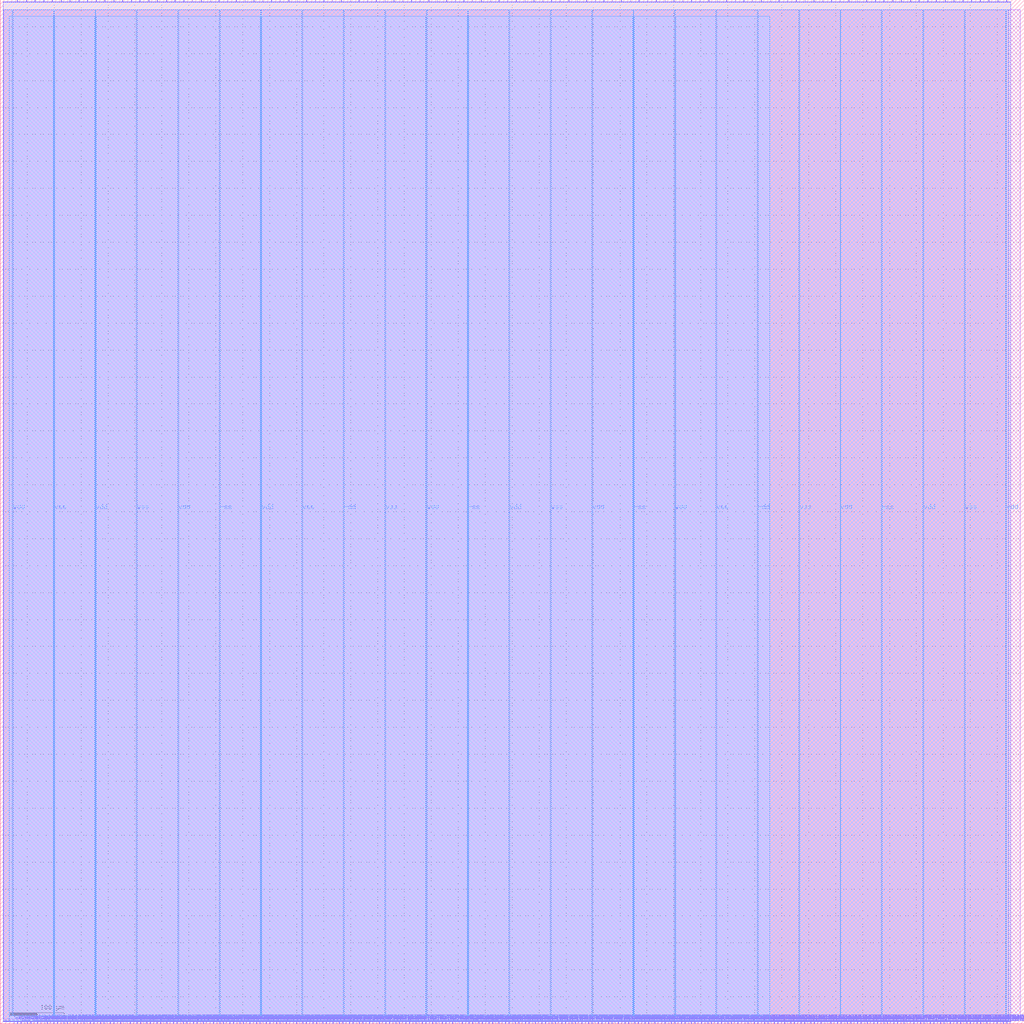
<source format=lef>
VERSION 5.7 ;
  NOWIREEXTENSIONATPIN ON ;
  DIVIDERCHAR "/" ;
  BUSBITCHARS "[]" ;
MACRO user_proj
  CLASS BLOCK ;
  FOREIGN user_proj ;
  ORIGIN 0.000 0.000 ;
  SIZE 1900.000 BY 1900.000 ;
  PIN io_in[0]
    DIRECTION INPUT ;
    USE SIGNAL ;
    PORT
      LAYER Metal2 ;
        RECT 31.920 1896.000 32.480 1900.000 ;
    END
  END io_in[0]
  PIN io_in[10]
    DIRECTION INPUT ;
    USE SIGNAL ;
    PORT
      LAYER Metal2 ;
        RECT 519.120 1896.000 519.680 1900.000 ;
    END
  END io_in[10]
  PIN io_in[11]
    DIRECTION INPUT ;
    USE SIGNAL ;
    PORT
      LAYER Metal2 ;
        RECT 567.840 1896.000 568.400 1900.000 ;
    END
  END io_in[11]
  PIN io_in[12]
    DIRECTION INPUT ;
    USE SIGNAL ;
    PORT
      LAYER Metal2 ;
        RECT 616.560 1896.000 617.120 1900.000 ;
    END
  END io_in[12]
  PIN io_in[13]
    DIRECTION INPUT ;
    USE SIGNAL ;
    PORT
      LAYER Metal2 ;
        RECT 665.280 1896.000 665.840 1900.000 ;
    END
  END io_in[13]
  PIN io_in[14]
    DIRECTION INPUT ;
    USE SIGNAL ;
    PORT
      LAYER Metal2 ;
        RECT 714.000 1896.000 714.560 1900.000 ;
    END
  END io_in[14]
  PIN io_in[15]
    DIRECTION INPUT ;
    USE SIGNAL ;
    PORT
      LAYER Metal2 ;
        RECT 762.720 1896.000 763.280 1900.000 ;
    END
  END io_in[15]
  PIN io_in[16]
    DIRECTION INPUT ;
    USE SIGNAL ;
    PORT
      LAYER Metal2 ;
        RECT 811.440 1896.000 812.000 1900.000 ;
    END
  END io_in[16]
  PIN io_in[17]
    DIRECTION INPUT ;
    USE SIGNAL ;
    PORT
      LAYER Metal2 ;
        RECT 860.160 1896.000 860.720 1900.000 ;
    END
  END io_in[17]
  PIN io_in[18]
    DIRECTION INPUT ;
    USE SIGNAL ;
    PORT
      LAYER Metal2 ;
        RECT 908.880 1896.000 909.440 1900.000 ;
    END
  END io_in[18]
  PIN io_in[19]
    DIRECTION INPUT ;
    USE SIGNAL ;
    PORT
      LAYER Metal2 ;
        RECT 957.600 1896.000 958.160 1900.000 ;
    END
  END io_in[19]
  PIN io_in[1]
    DIRECTION INPUT ;
    USE SIGNAL ;
    PORT
      LAYER Metal2 ;
        RECT 80.640 1896.000 81.200 1900.000 ;
    END
  END io_in[1]
  PIN io_in[20]
    DIRECTION INPUT ;
    USE SIGNAL ;
    PORT
      LAYER Metal2 ;
        RECT 1006.320 1896.000 1006.880 1900.000 ;
    END
  END io_in[20]
  PIN io_in[21]
    DIRECTION INPUT ;
    USE SIGNAL ;
    PORT
      LAYER Metal2 ;
        RECT 1055.040 1896.000 1055.600 1900.000 ;
    END
  END io_in[21]
  PIN io_in[22]
    DIRECTION INPUT ;
    USE SIGNAL ;
    PORT
      LAYER Metal2 ;
        RECT 1103.760 1896.000 1104.320 1900.000 ;
    END
  END io_in[22]
  PIN io_in[23]
    DIRECTION INPUT ;
    USE SIGNAL ;
    PORT
      LAYER Metal2 ;
        RECT 1152.480 1896.000 1153.040 1900.000 ;
    END
  END io_in[23]
  PIN io_in[24]
    DIRECTION INPUT ;
    USE SIGNAL ;
    PORT
      LAYER Metal2 ;
        RECT 1201.200 1896.000 1201.760 1900.000 ;
    END
  END io_in[24]
  PIN io_in[25]
    DIRECTION INPUT ;
    USE SIGNAL ;
    PORT
      LAYER Metal2 ;
        RECT 1249.920 1896.000 1250.480 1900.000 ;
    END
  END io_in[25]
  PIN io_in[26]
    DIRECTION INPUT ;
    USE SIGNAL ;
    PORT
      LAYER Metal2 ;
        RECT 1298.640 1896.000 1299.200 1900.000 ;
    END
  END io_in[26]
  PIN io_in[27]
    DIRECTION INPUT ;
    USE SIGNAL ;
    PORT
      LAYER Metal2 ;
        RECT 1347.360 1896.000 1347.920 1900.000 ;
    END
  END io_in[27]
  PIN io_in[28]
    DIRECTION INPUT ;
    USE SIGNAL ;
    PORT
      LAYER Metal2 ;
        RECT 1396.080 1896.000 1396.640 1900.000 ;
    END
  END io_in[28]
  PIN io_in[29]
    DIRECTION INPUT ;
    USE SIGNAL ;
    PORT
      LAYER Metal2 ;
        RECT 1444.800 1896.000 1445.360 1900.000 ;
    END
  END io_in[29]
  PIN io_in[2]
    DIRECTION INPUT ;
    USE SIGNAL ;
    PORT
      LAYER Metal2 ;
        RECT 129.360 1896.000 129.920 1900.000 ;
    END
  END io_in[2]
  PIN io_in[30]
    DIRECTION INPUT ;
    USE SIGNAL ;
    PORT
      LAYER Metal2 ;
        RECT 1493.520 1896.000 1494.080 1900.000 ;
    END
  END io_in[30]
  PIN io_in[31]
    DIRECTION INPUT ;
    USE SIGNAL ;
    PORT
      LAYER Metal2 ;
        RECT 1542.240 1896.000 1542.800 1900.000 ;
    END
  END io_in[31]
  PIN io_in[32]
    DIRECTION INPUT ;
    USE SIGNAL ;
    PORT
      LAYER Metal2 ;
        RECT 1590.960 1896.000 1591.520 1900.000 ;
    END
  END io_in[32]
  PIN io_in[33]
    DIRECTION INPUT ;
    USE SIGNAL ;
    PORT
      LAYER Metal2 ;
        RECT 1639.680 1896.000 1640.240 1900.000 ;
    END
  END io_in[33]
  PIN io_in[34]
    DIRECTION INPUT ;
    USE SIGNAL ;
    PORT
      LAYER Metal2 ;
        RECT 1688.400 1896.000 1688.960 1900.000 ;
    END
  END io_in[34]
  PIN io_in[35]
    DIRECTION INPUT ;
    USE SIGNAL ;
    PORT
      LAYER Metal2 ;
        RECT 1737.120 1896.000 1737.680 1900.000 ;
    END
  END io_in[35]
  PIN io_in[36]
    DIRECTION INPUT ;
    USE SIGNAL ;
    PORT
      LAYER Metal2 ;
        RECT 1785.840 1896.000 1786.400 1900.000 ;
    END
  END io_in[36]
  PIN io_in[37]
    DIRECTION INPUT ;
    USE SIGNAL ;
    PORT
      LAYER Metal2 ;
        RECT 1834.560 1896.000 1835.120 1900.000 ;
    END
  END io_in[37]
  PIN io_in[3]
    DIRECTION INPUT ;
    USE SIGNAL ;
    PORT
      LAYER Metal2 ;
        RECT 178.080 1896.000 178.640 1900.000 ;
    END
  END io_in[3]
  PIN io_in[4]
    DIRECTION INPUT ;
    USE SIGNAL ;
    PORT
      LAYER Metal2 ;
        RECT 226.800 1896.000 227.360 1900.000 ;
    END
  END io_in[4]
  PIN io_in[5]
    DIRECTION INPUT ;
    USE SIGNAL ;
    PORT
      LAYER Metal2 ;
        RECT 275.520 1896.000 276.080 1900.000 ;
    END
  END io_in[5]
  PIN io_in[6]
    DIRECTION INPUT ;
    USE SIGNAL ;
    PORT
      LAYER Metal2 ;
        RECT 324.240 1896.000 324.800 1900.000 ;
    END
  END io_in[6]
  PIN io_in[7]
    DIRECTION INPUT ;
    USE SIGNAL ;
    PORT
      LAYER Metal2 ;
        RECT 372.960 1896.000 373.520 1900.000 ;
    END
  END io_in[7]
  PIN io_in[8]
    DIRECTION INPUT ;
    USE SIGNAL ;
    PORT
      LAYER Metal2 ;
        RECT 421.680 1896.000 422.240 1900.000 ;
    END
  END io_in[8]
  PIN io_in[9]
    DIRECTION INPUT ;
    USE SIGNAL ;
    PORT
      LAYER Metal2 ;
        RECT 470.400 1896.000 470.960 1900.000 ;
    END
  END io_in[9]
  PIN io_oeb[0]
    DIRECTION OUTPUT TRISTATE ;
    USE SIGNAL ;
    PORT
      LAYER Metal2 ;
        RECT 48.160 1896.000 48.720 1900.000 ;
    END
  END io_oeb[0]
  PIN io_oeb[10]
    DIRECTION OUTPUT TRISTATE ;
    USE SIGNAL ;
    PORT
      LAYER Metal2 ;
        RECT 535.360 1896.000 535.920 1900.000 ;
    END
  END io_oeb[10]
  PIN io_oeb[11]
    DIRECTION OUTPUT TRISTATE ;
    USE SIGNAL ;
    PORT
      LAYER Metal2 ;
        RECT 584.080 1896.000 584.640 1900.000 ;
    END
  END io_oeb[11]
  PIN io_oeb[12]
    DIRECTION OUTPUT TRISTATE ;
    USE SIGNAL ;
    PORT
      LAYER Metal2 ;
        RECT 632.800 1896.000 633.360 1900.000 ;
    END
  END io_oeb[12]
  PIN io_oeb[13]
    DIRECTION OUTPUT TRISTATE ;
    USE SIGNAL ;
    PORT
      LAYER Metal2 ;
        RECT 681.520 1896.000 682.080 1900.000 ;
    END
  END io_oeb[13]
  PIN io_oeb[14]
    DIRECTION OUTPUT TRISTATE ;
    USE SIGNAL ;
    PORT
      LAYER Metal2 ;
        RECT 730.240 1896.000 730.800 1900.000 ;
    END
  END io_oeb[14]
  PIN io_oeb[15]
    DIRECTION OUTPUT TRISTATE ;
    USE SIGNAL ;
    PORT
      LAYER Metal2 ;
        RECT 778.960 1896.000 779.520 1900.000 ;
    END
  END io_oeb[15]
  PIN io_oeb[16]
    DIRECTION OUTPUT TRISTATE ;
    USE SIGNAL ;
    PORT
      LAYER Metal2 ;
        RECT 827.680 1896.000 828.240 1900.000 ;
    END
  END io_oeb[16]
  PIN io_oeb[17]
    DIRECTION OUTPUT TRISTATE ;
    USE SIGNAL ;
    PORT
      LAYER Metal2 ;
        RECT 876.400 1896.000 876.960 1900.000 ;
    END
  END io_oeb[17]
  PIN io_oeb[18]
    DIRECTION OUTPUT TRISTATE ;
    USE SIGNAL ;
    PORT
      LAYER Metal2 ;
        RECT 925.120 1896.000 925.680 1900.000 ;
    END
  END io_oeb[18]
  PIN io_oeb[19]
    DIRECTION OUTPUT TRISTATE ;
    USE SIGNAL ;
    PORT
      LAYER Metal2 ;
        RECT 973.840 1896.000 974.400 1900.000 ;
    END
  END io_oeb[19]
  PIN io_oeb[1]
    DIRECTION OUTPUT TRISTATE ;
    USE SIGNAL ;
    PORT
      LAYER Metal2 ;
        RECT 96.880 1896.000 97.440 1900.000 ;
    END
  END io_oeb[1]
  PIN io_oeb[20]
    DIRECTION OUTPUT TRISTATE ;
    USE SIGNAL ;
    PORT
      LAYER Metal2 ;
        RECT 1022.560 1896.000 1023.120 1900.000 ;
    END
  END io_oeb[20]
  PIN io_oeb[21]
    DIRECTION OUTPUT TRISTATE ;
    USE SIGNAL ;
    PORT
      LAYER Metal2 ;
        RECT 1071.280 1896.000 1071.840 1900.000 ;
    END
  END io_oeb[21]
  PIN io_oeb[22]
    DIRECTION OUTPUT TRISTATE ;
    USE SIGNAL ;
    PORT
      LAYER Metal2 ;
        RECT 1120.000 1896.000 1120.560 1900.000 ;
    END
  END io_oeb[22]
  PIN io_oeb[23]
    DIRECTION OUTPUT TRISTATE ;
    USE SIGNAL ;
    PORT
      LAYER Metal2 ;
        RECT 1168.720 1896.000 1169.280 1900.000 ;
    END
  END io_oeb[23]
  PIN io_oeb[24]
    DIRECTION OUTPUT TRISTATE ;
    USE SIGNAL ;
    PORT
      LAYER Metal2 ;
        RECT 1217.440 1896.000 1218.000 1900.000 ;
    END
  END io_oeb[24]
  PIN io_oeb[25]
    DIRECTION OUTPUT TRISTATE ;
    USE SIGNAL ;
    PORT
      LAYER Metal2 ;
        RECT 1266.160 1896.000 1266.720 1900.000 ;
    END
  END io_oeb[25]
  PIN io_oeb[26]
    DIRECTION OUTPUT TRISTATE ;
    USE SIGNAL ;
    PORT
      LAYER Metal2 ;
        RECT 1314.880 1896.000 1315.440 1900.000 ;
    END
  END io_oeb[26]
  PIN io_oeb[27]
    DIRECTION OUTPUT TRISTATE ;
    USE SIGNAL ;
    PORT
      LAYER Metal2 ;
        RECT 1363.600 1896.000 1364.160 1900.000 ;
    END
  END io_oeb[27]
  PIN io_oeb[28]
    DIRECTION OUTPUT TRISTATE ;
    USE SIGNAL ;
    PORT
      LAYER Metal2 ;
        RECT 1412.320 1896.000 1412.880 1900.000 ;
    END
  END io_oeb[28]
  PIN io_oeb[29]
    DIRECTION OUTPUT TRISTATE ;
    USE SIGNAL ;
    PORT
      LAYER Metal2 ;
        RECT 1461.040 1896.000 1461.600 1900.000 ;
    END
  END io_oeb[29]
  PIN io_oeb[2]
    DIRECTION OUTPUT TRISTATE ;
    USE SIGNAL ;
    PORT
      LAYER Metal2 ;
        RECT 145.600 1896.000 146.160 1900.000 ;
    END
  END io_oeb[2]
  PIN io_oeb[30]
    DIRECTION OUTPUT TRISTATE ;
    USE SIGNAL ;
    PORT
      LAYER Metal2 ;
        RECT 1509.760 1896.000 1510.320 1900.000 ;
    END
  END io_oeb[30]
  PIN io_oeb[31]
    DIRECTION OUTPUT TRISTATE ;
    USE SIGNAL ;
    PORT
      LAYER Metal2 ;
        RECT 1558.480 1896.000 1559.040 1900.000 ;
    END
  END io_oeb[31]
  PIN io_oeb[32]
    DIRECTION OUTPUT TRISTATE ;
    USE SIGNAL ;
    PORT
      LAYER Metal2 ;
        RECT 1607.200 1896.000 1607.760 1900.000 ;
    END
  END io_oeb[32]
  PIN io_oeb[33]
    DIRECTION OUTPUT TRISTATE ;
    USE SIGNAL ;
    PORT
      LAYER Metal2 ;
        RECT 1655.920 1896.000 1656.480 1900.000 ;
    END
  END io_oeb[33]
  PIN io_oeb[34]
    DIRECTION OUTPUT TRISTATE ;
    USE SIGNAL ;
    PORT
      LAYER Metal2 ;
        RECT 1704.640 1896.000 1705.200 1900.000 ;
    END
  END io_oeb[34]
  PIN io_oeb[35]
    DIRECTION OUTPUT TRISTATE ;
    USE SIGNAL ;
    PORT
      LAYER Metal2 ;
        RECT 1753.360 1896.000 1753.920 1900.000 ;
    END
  END io_oeb[35]
  PIN io_oeb[36]
    DIRECTION OUTPUT TRISTATE ;
    USE SIGNAL ;
    PORT
      LAYER Metal2 ;
        RECT 1802.080 1896.000 1802.640 1900.000 ;
    END
  END io_oeb[36]
  PIN io_oeb[37]
    DIRECTION OUTPUT TRISTATE ;
    USE SIGNAL ;
    PORT
      LAYER Metal2 ;
        RECT 1850.800 1896.000 1851.360 1900.000 ;
    END
  END io_oeb[37]
  PIN io_oeb[3]
    DIRECTION OUTPUT TRISTATE ;
    USE SIGNAL ;
    PORT
      LAYER Metal2 ;
        RECT 194.320 1896.000 194.880 1900.000 ;
    END
  END io_oeb[3]
  PIN io_oeb[4]
    DIRECTION OUTPUT TRISTATE ;
    USE SIGNAL ;
    PORT
      LAYER Metal2 ;
        RECT 243.040 1896.000 243.600 1900.000 ;
    END
  END io_oeb[4]
  PIN io_oeb[5]
    DIRECTION OUTPUT TRISTATE ;
    USE SIGNAL ;
    PORT
      LAYER Metal2 ;
        RECT 291.760 1896.000 292.320 1900.000 ;
    END
  END io_oeb[5]
  PIN io_oeb[6]
    DIRECTION OUTPUT TRISTATE ;
    USE SIGNAL ;
    PORT
      LAYER Metal2 ;
        RECT 340.480 1896.000 341.040 1900.000 ;
    END
  END io_oeb[6]
  PIN io_oeb[7]
    DIRECTION OUTPUT TRISTATE ;
    USE SIGNAL ;
    PORT
      LAYER Metal2 ;
        RECT 389.200 1896.000 389.760 1900.000 ;
    END
  END io_oeb[7]
  PIN io_oeb[8]
    DIRECTION OUTPUT TRISTATE ;
    USE SIGNAL ;
    PORT
      LAYER Metal2 ;
        RECT 437.920 1896.000 438.480 1900.000 ;
    END
  END io_oeb[8]
  PIN io_oeb[9]
    DIRECTION OUTPUT TRISTATE ;
    USE SIGNAL ;
    PORT
      LAYER Metal2 ;
        RECT 486.640 1896.000 487.200 1900.000 ;
    END
  END io_oeb[9]
  PIN io_out[0]
    DIRECTION OUTPUT TRISTATE ;
    USE SIGNAL ;
    PORT
      LAYER Metal2 ;
        RECT 64.400 1896.000 64.960 1900.000 ;
    END
  END io_out[0]
  PIN io_out[10]
    DIRECTION OUTPUT TRISTATE ;
    USE SIGNAL ;
    PORT
      LAYER Metal2 ;
        RECT 551.600 1896.000 552.160 1900.000 ;
    END
  END io_out[10]
  PIN io_out[11]
    DIRECTION OUTPUT TRISTATE ;
    USE SIGNAL ;
    PORT
      LAYER Metal2 ;
        RECT 600.320 1896.000 600.880 1900.000 ;
    END
  END io_out[11]
  PIN io_out[12]
    DIRECTION OUTPUT TRISTATE ;
    USE SIGNAL ;
    PORT
      LAYER Metal2 ;
        RECT 649.040 1896.000 649.600 1900.000 ;
    END
  END io_out[12]
  PIN io_out[13]
    DIRECTION OUTPUT TRISTATE ;
    USE SIGNAL ;
    PORT
      LAYER Metal2 ;
        RECT 697.760 1896.000 698.320 1900.000 ;
    END
  END io_out[13]
  PIN io_out[14]
    DIRECTION OUTPUT TRISTATE ;
    USE SIGNAL ;
    PORT
      LAYER Metal2 ;
        RECT 746.480 1896.000 747.040 1900.000 ;
    END
  END io_out[14]
  PIN io_out[15]
    DIRECTION OUTPUT TRISTATE ;
    USE SIGNAL ;
    PORT
      LAYER Metal2 ;
        RECT 795.200 1896.000 795.760 1900.000 ;
    END
  END io_out[15]
  PIN io_out[16]
    DIRECTION OUTPUT TRISTATE ;
    USE SIGNAL ;
    PORT
      LAYER Metal2 ;
        RECT 843.920 1896.000 844.480 1900.000 ;
    END
  END io_out[16]
  PIN io_out[17]
    DIRECTION OUTPUT TRISTATE ;
    USE SIGNAL ;
    PORT
      LAYER Metal2 ;
        RECT 892.640 1896.000 893.200 1900.000 ;
    END
  END io_out[17]
  PIN io_out[18]
    DIRECTION OUTPUT TRISTATE ;
    USE SIGNAL ;
    PORT
      LAYER Metal2 ;
        RECT 941.360 1896.000 941.920 1900.000 ;
    END
  END io_out[18]
  PIN io_out[19]
    DIRECTION OUTPUT TRISTATE ;
    USE SIGNAL ;
    PORT
      LAYER Metal2 ;
        RECT 990.080 1896.000 990.640 1900.000 ;
    END
  END io_out[19]
  PIN io_out[1]
    DIRECTION OUTPUT TRISTATE ;
    USE SIGNAL ;
    PORT
      LAYER Metal2 ;
        RECT 113.120 1896.000 113.680 1900.000 ;
    END
  END io_out[1]
  PIN io_out[20]
    DIRECTION OUTPUT TRISTATE ;
    USE SIGNAL ;
    PORT
      LAYER Metal2 ;
        RECT 1038.800 1896.000 1039.360 1900.000 ;
    END
  END io_out[20]
  PIN io_out[21]
    DIRECTION OUTPUT TRISTATE ;
    USE SIGNAL ;
    PORT
      LAYER Metal2 ;
        RECT 1087.520 1896.000 1088.080 1900.000 ;
    END
  END io_out[21]
  PIN io_out[22]
    DIRECTION OUTPUT TRISTATE ;
    USE SIGNAL ;
    PORT
      LAYER Metal2 ;
        RECT 1136.240 1896.000 1136.800 1900.000 ;
    END
  END io_out[22]
  PIN io_out[23]
    DIRECTION OUTPUT TRISTATE ;
    USE SIGNAL ;
    PORT
      LAYER Metal2 ;
        RECT 1184.960 1896.000 1185.520 1900.000 ;
    END
  END io_out[23]
  PIN io_out[24]
    DIRECTION OUTPUT TRISTATE ;
    USE SIGNAL ;
    PORT
      LAYER Metal2 ;
        RECT 1233.680 1896.000 1234.240 1900.000 ;
    END
  END io_out[24]
  PIN io_out[25]
    DIRECTION OUTPUT TRISTATE ;
    USE SIGNAL ;
    PORT
      LAYER Metal2 ;
        RECT 1282.400 1896.000 1282.960 1900.000 ;
    END
  END io_out[25]
  PIN io_out[26]
    DIRECTION OUTPUT TRISTATE ;
    USE SIGNAL ;
    PORT
      LAYER Metal2 ;
        RECT 1331.120 1896.000 1331.680 1900.000 ;
    END
  END io_out[26]
  PIN io_out[27]
    DIRECTION OUTPUT TRISTATE ;
    USE SIGNAL ;
    PORT
      LAYER Metal2 ;
        RECT 1379.840 1896.000 1380.400 1900.000 ;
    END
  END io_out[27]
  PIN io_out[28]
    DIRECTION OUTPUT TRISTATE ;
    USE SIGNAL ;
    PORT
      LAYER Metal2 ;
        RECT 1428.560 1896.000 1429.120 1900.000 ;
    END
  END io_out[28]
  PIN io_out[29]
    DIRECTION OUTPUT TRISTATE ;
    USE SIGNAL ;
    PORT
      LAYER Metal2 ;
        RECT 1477.280 1896.000 1477.840 1900.000 ;
    END
  END io_out[29]
  PIN io_out[2]
    DIRECTION OUTPUT TRISTATE ;
    USE SIGNAL ;
    PORT
      LAYER Metal2 ;
        RECT 161.840 1896.000 162.400 1900.000 ;
    END
  END io_out[2]
  PIN io_out[30]
    DIRECTION OUTPUT TRISTATE ;
    USE SIGNAL ;
    PORT
      LAYER Metal2 ;
        RECT 1526.000 1896.000 1526.560 1900.000 ;
    END
  END io_out[30]
  PIN io_out[31]
    DIRECTION OUTPUT TRISTATE ;
    USE SIGNAL ;
    PORT
      LAYER Metal2 ;
        RECT 1574.720 1896.000 1575.280 1900.000 ;
    END
  END io_out[31]
  PIN io_out[32]
    DIRECTION OUTPUT TRISTATE ;
    USE SIGNAL ;
    PORT
      LAYER Metal2 ;
        RECT 1623.440 1896.000 1624.000 1900.000 ;
    END
  END io_out[32]
  PIN io_out[33]
    DIRECTION OUTPUT TRISTATE ;
    USE SIGNAL ;
    PORT
      LAYER Metal2 ;
        RECT 1672.160 1896.000 1672.720 1900.000 ;
    END
  END io_out[33]
  PIN io_out[34]
    DIRECTION OUTPUT TRISTATE ;
    USE SIGNAL ;
    PORT
      LAYER Metal2 ;
        RECT 1720.880 1896.000 1721.440 1900.000 ;
    END
  END io_out[34]
  PIN io_out[35]
    DIRECTION OUTPUT TRISTATE ;
    USE SIGNAL ;
    PORT
      LAYER Metal2 ;
        RECT 1769.600 1896.000 1770.160 1900.000 ;
    END
  END io_out[35]
  PIN io_out[36]
    DIRECTION OUTPUT TRISTATE ;
    USE SIGNAL ;
    PORT
      LAYER Metal2 ;
        RECT 1818.320 1896.000 1818.880 1900.000 ;
    END
  END io_out[36]
  PIN io_out[37]
    DIRECTION OUTPUT TRISTATE ;
    USE SIGNAL ;
    PORT
      LAYER Metal2 ;
        RECT 1867.040 1896.000 1867.600 1900.000 ;
    END
  END io_out[37]
  PIN io_out[3]
    DIRECTION OUTPUT TRISTATE ;
    USE SIGNAL ;
    PORT
      LAYER Metal2 ;
        RECT 210.560 1896.000 211.120 1900.000 ;
    END
  END io_out[3]
  PIN io_out[4]
    DIRECTION OUTPUT TRISTATE ;
    USE SIGNAL ;
    PORT
      LAYER Metal2 ;
        RECT 259.280 1896.000 259.840 1900.000 ;
    END
  END io_out[4]
  PIN io_out[5]
    DIRECTION OUTPUT TRISTATE ;
    USE SIGNAL ;
    PORT
      LAYER Metal2 ;
        RECT 308.000 1896.000 308.560 1900.000 ;
    END
  END io_out[5]
  PIN io_out[6]
    DIRECTION OUTPUT TRISTATE ;
    USE SIGNAL ;
    PORT
      LAYER Metal2 ;
        RECT 356.720 1896.000 357.280 1900.000 ;
    END
  END io_out[6]
  PIN io_out[7]
    DIRECTION OUTPUT TRISTATE ;
    USE SIGNAL ;
    PORT
      LAYER Metal2 ;
        RECT 405.440 1896.000 406.000 1900.000 ;
    END
  END io_out[7]
  PIN io_out[8]
    DIRECTION OUTPUT TRISTATE ;
    USE SIGNAL ;
    PORT
      LAYER Metal2 ;
        RECT 454.160 1896.000 454.720 1900.000 ;
    END
  END io_out[8]
  PIN io_out[9]
    DIRECTION OUTPUT TRISTATE ;
    USE SIGNAL ;
    PORT
      LAYER Metal2 ;
        RECT 502.880 1896.000 503.440 1900.000 ;
    END
  END io_out[9]
  PIN irq[0]
    DIRECTION OUTPUT TRISTATE ;
    USE SIGNAL ;
    PORT
      LAYER Metal2 ;
        RECT 1861.440 0.000 1862.000 4.000 ;
    END
  END irq[0]
  PIN irq[1]
    DIRECTION OUTPUT TRISTATE ;
    USE SIGNAL ;
    PORT
      LAYER Metal2 ;
        RECT 1867.600 0.000 1868.160 4.000 ;
    END
  END irq[1]
  PIN irq[2]
    DIRECTION OUTPUT TRISTATE ;
    USE SIGNAL ;
    PORT
      LAYER Metal2 ;
        RECT 1873.760 0.000 1874.320 4.000 ;
    END
  END irq[2]
  PIN la_data_in[0]
    DIRECTION INPUT ;
    USE SIGNAL ;
    PORT
      LAYER Metal2 ;
        RECT 678.720 0.000 679.280 4.000 ;
    END
  END la_data_in[0]
  PIN la_data_in[10]
    DIRECTION INPUT ;
    USE SIGNAL ;
    PORT
      LAYER Metal2 ;
        RECT 863.520 0.000 864.080 4.000 ;
    END
  END la_data_in[10]
  PIN la_data_in[11]
    DIRECTION INPUT ;
    USE SIGNAL ;
    PORT
      LAYER Metal2 ;
        RECT 882.000 0.000 882.560 4.000 ;
    END
  END la_data_in[11]
  PIN la_data_in[12]
    DIRECTION INPUT ;
    USE SIGNAL ;
    PORT
      LAYER Metal2 ;
        RECT 900.480 0.000 901.040 4.000 ;
    END
  END la_data_in[12]
  PIN la_data_in[13]
    DIRECTION INPUT ;
    USE SIGNAL ;
    PORT
      LAYER Metal2 ;
        RECT 918.960 0.000 919.520 4.000 ;
    END
  END la_data_in[13]
  PIN la_data_in[14]
    DIRECTION INPUT ;
    USE SIGNAL ;
    PORT
      LAYER Metal2 ;
        RECT 937.440 0.000 938.000 4.000 ;
    END
  END la_data_in[14]
  PIN la_data_in[15]
    DIRECTION INPUT ;
    USE SIGNAL ;
    PORT
      LAYER Metal2 ;
        RECT 955.920 0.000 956.480 4.000 ;
    END
  END la_data_in[15]
  PIN la_data_in[16]
    DIRECTION INPUT ;
    USE SIGNAL ;
    PORT
      LAYER Metal2 ;
        RECT 974.400 0.000 974.960 4.000 ;
    END
  END la_data_in[16]
  PIN la_data_in[17]
    DIRECTION INPUT ;
    USE SIGNAL ;
    PORT
      LAYER Metal2 ;
        RECT 992.880 0.000 993.440 4.000 ;
    END
  END la_data_in[17]
  PIN la_data_in[18]
    DIRECTION INPUT ;
    USE SIGNAL ;
    PORT
      LAYER Metal2 ;
        RECT 1011.360 0.000 1011.920 4.000 ;
    END
  END la_data_in[18]
  PIN la_data_in[19]
    DIRECTION INPUT ;
    USE SIGNAL ;
    PORT
      LAYER Metal2 ;
        RECT 1029.840 0.000 1030.400 4.000 ;
    END
  END la_data_in[19]
  PIN la_data_in[1]
    DIRECTION INPUT ;
    USE SIGNAL ;
    PORT
      LAYER Metal2 ;
        RECT 697.200 0.000 697.760 4.000 ;
    END
  END la_data_in[1]
  PIN la_data_in[20]
    DIRECTION INPUT ;
    USE SIGNAL ;
    PORT
      LAYER Metal2 ;
        RECT 1048.320 0.000 1048.880 4.000 ;
    END
  END la_data_in[20]
  PIN la_data_in[21]
    DIRECTION INPUT ;
    USE SIGNAL ;
    PORT
      LAYER Metal2 ;
        RECT 1066.800 0.000 1067.360 4.000 ;
    END
  END la_data_in[21]
  PIN la_data_in[22]
    DIRECTION INPUT ;
    USE SIGNAL ;
    PORT
      LAYER Metal2 ;
        RECT 1085.280 0.000 1085.840 4.000 ;
    END
  END la_data_in[22]
  PIN la_data_in[23]
    DIRECTION INPUT ;
    USE SIGNAL ;
    PORT
      LAYER Metal2 ;
        RECT 1103.760 0.000 1104.320 4.000 ;
    END
  END la_data_in[23]
  PIN la_data_in[24]
    DIRECTION INPUT ;
    USE SIGNAL ;
    PORT
      LAYER Metal2 ;
        RECT 1122.240 0.000 1122.800 4.000 ;
    END
  END la_data_in[24]
  PIN la_data_in[25]
    DIRECTION INPUT ;
    USE SIGNAL ;
    PORT
      LAYER Metal2 ;
        RECT 1140.720 0.000 1141.280 4.000 ;
    END
  END la_data_in[25]
  PIN la_data_in[26]
    DIRECTION INPUT ;
    USE SIGNAL ;
    PORT
      LAYER Metal2 ;
        RECT 1159.200 0.000 1159.760 4.000 ;
    END
  END la_data_in[26]
  PIN la_data_in[27]
    DIRECTION INPUT ;
    USE SIGNAL ;
    PORT
      LAYER Metal2 ;
        RECT 1177.680 0.000 1178.240 4.000 ;
    END
  END la_data_in[27]
  PIN la_data_in[28]
    DIRECTION INPUT ;
    USE SIGNAL ;
    PORT
      LAYER Metal2 ;
        RECT 1196.160 0.000 1196.720 4.000 ;
    END
  END la_data_in[28]
  PIN la_data_in[29]
    DIRECTION INPUT ;
    USE SIGNAL ;
    PORT
      LAYER Metal2 ;
        RECT 1214.640 0.000 1215.200 4.000 ;
    END
  END la_data_in[29]
  PIN la_data_in[2]
    DIRECTION INPUT ;
    USE SIGNAL ;
    PORT
      LAYER Metal2 ;
        RECT 715.680 0.000 716.240 4.000 ;
    END
  END la_data_in[2]
  PIN la_data_in[30]
    DIRECTION INPUT ;
    USE SIGNAL ;
    PORT
      LAYER Metal2 ;
        RECT 1233.120 0.000 1233.680 4.000 ;
    END
  END la_data_in[30]
  PIN la_data_in[31]
    DIRECTION INPUT ;
    USE SIGNAL ;
    PORT
      LAYER Metal2 ;
        RECT 1251.600 0.000 1252.160 4.000 ;
    END
  END la_data_in[31]
  PIN la_data_in[32]
    DIRECTION INPUT ;
    USE SIGNAL ;
    PORT
      LAYER Metal2 ;
        RECT 1270.080 0.000 1270.640 4.000 ;
    END
  END la_data_in[32]
  PIN la_data_in[33]
    DIRECTION INPUT ;
    USE SIGNAL ;
    PORT
      LAYER Metal2 ;
        RECT 1288.560 0.000 1289.120 4.000 ;
    END
  END la_data_in[33]
  PIN la_data_in[34]
    DIRECTION INPUT ;
    USE SIGNAL ;
    PORT
      LAYER Metal2 ;
        RECT 1307.040 0.000 1307.600 4.000 ;
    END
  END la_data_in[34]
  PIN la_data_in[35]
    DIRECTION INPUT ;
    USE SIGNAL ;
    PORT
      LAYER Metal2 ;
        RECT 1325.520 0.000 1326.080 4.000 ;
    END
  END la_data_in[35]
  PIN la_data_in[36]
    DIRECTION INPUT ;
    USE SIGNAL ;
    PORT
      LAYER Metal2 ;
        RECT 1344.000 0.000 1344.560 4.000 ;
    END
  END la_data_in[36]
  PIN la_data_in[37]
    DIRECTION INPUT ;
    USE SIGNAL ;
    PORT
      LAYER Metal2 ;
        RECT 1362.480 0.000 1363.040 4.000 ;
    END
  END la_data_in[37]
  PIN la_data_in[38]
    DIRECTION INPUT ;
    USE SIGNAL ;
    PORT
      LAYER Metal2 ;
        RECT 1380.960 0.000 1381.520 4.000 ;
    END
  END la_data_in[38]
  PIN la_data_in[39]
    DIRECTION INPUT ;
    USE SIGNAL ;
    PORT
      LAYER Metal2 ;
        RECT 1399.440 0.000 1400.000 4.000 ;
    END
  END la_data_in[39]
  PIN la_data_in[3]
    DIRECTION INPUT ;
    USE SIGNAL ;
    PORT
      LAYER Metal2 ;
        RECT 734.160 0.000 734.720 4.000 ;
    END
  END la_data_in[3]
  PIN la_data_in[40]
    DIRECTION INPUT ;
    USE SIGNAL ;
    PORT
      LAYER Metal2 ;
        RECT 1417.920 0.000 1418.480 4.000 ;
    END
  END la_data_in[40]
  PIN la_data_in[41]
    DIRECTION INPUT ;
    USE SIGNAL ;
    PORT
      LAYER Metal2 ;
        RECT 1436.400 0.000 1436.960 4.000 ;
    END
  END la_data_in[41]
  PIN la_data_in[42]
    DIRECTION INPUT ;
    USE SIGNAL ;
    PORT
      LAYER Metal2 ;
        RECT 1454.880 0.000 1455.440 4.000 ;
    END
  END la_data_in[42]
  PIN la_data_in[43]
    DIRECTION INPUT ;
    USE SIGNAL ;
    PORT
      LAYER Metal2 ;
        RECT 1473.360 0.000 1473.920 4.000 ;
    END
  END la_data_in[43]
  PIN la_data_in[44]
    DIRECTION INPUT ;
    USE SIGNAL ;
    PORT
      LAYER Metal2 ;
        RECT 1491.840 0.000 1492.400 4.000 ;
    END
  END la_data_in[44]
  PIN la_data_in[45]
    DIRECTION INPUT ;
    USE SIGNAL ;
    PORT
      LAYER Metal2 ;
        RECT 1510.320 0.000 1510.880 4.000 ;
    END
  END la_data_in[45]
  PIN la_data_in[46]
    DIRECTION INPUT ;
    USE SIGNAL ;
    PORT
      LAYER Metal2 ;
        RECT 1528.800 0.000 1529.360 4.000 ;
    END
  END la_data_in[46]
  PIN la_data_in[47]
    DIRECTION INPUT ;
    USE SIGNAL ;
    PORT
      LAYER Metal2 ;
        RECT 1547.280 0.000 1547.840 4.000 ;
    END
  END la_data_in[47]
  PIN la_data_in[48]
    DIRECTION INPUT ;
    USE SIGNAL ;
    PORT
      LAYER Metal2 ;
        RECT 1565.760 0.000 1566.320 4.000 ;
    END
  END la_data_in[48]
  PIN la_data_in[49]
    DIRECTION INPUT ;
    USE SIGNAL ;
    PORT
      LAYER Metal2 ;
        RECT 1584.240 0.000 1584.800 4.000 ;
    END
  END la_data_in[49]
  PIN la_data_in[4]
    DIRECTION INPUT ;
    USE SIGNAL ;
    PORT
      LAYER Metal2 ;
        RECT 752.640 0.000 753.200 4.000 ;
    END
  END la_data_in[4]
  PIN la_data_in[50]
    DIRECTION INPUT ;
    USE SIGNAL ;
    PORT
      LAYER Metal2 ;
        RECT 1602.720 0.000 1603.280 4.000 ;
    END
  END la_data_in[50]
  PIN la_data_in[51]
    DIRECTION INPUT ;
    USE SIGNAL ;
    PORT
      LAYER Metal2 ;
        RECT 1621.200 0.000 1621.760 4.000 ;
    END
  END la_data_in[51]
  PIN la_data_in[52]
    DIRECTION INPUT ;
    USE SIGNAL ;
    PORT
      LAYER Metal2 ;
        RECT 1639.680 0.000 1640.240 4.000 ;
    END
  END la_data_in[52]
  PIN la_data_in[53]
    DIRECTION INPUT ;
    USE SIGNAL ;
    PORT
      LAYER Metal2 ;
        RECT 1658.160 0.000 1658.720 4.000 ;
    END
  END la_data_in[53]
  PIN la_data_in[54]
    DIRECTION INPUT ;
    USE SIGNAL ;
    PORT
      LAYER Metal2 ;
        RECT 1676.640 0.000 1677.200 4.000 ;
    END
  END la_data_in[54]
  PIN la_data_in[55]
    DIRECTION INPUT ;
    USE SIGNAL ;
    PORT
      LAYER Metal2 ;
        RECT 1695.120 0.000 1695.680 4.000 ;
    END
  END la_data_in[55]
  PIN la_data_in[56]
    DIRECTION INPUT ;
    USE SIGNAL ;
    PORT
      LAYER Metal2 ;
        RECT 1713.600 0.000 1714.160 4.000 ;
    END
  END la_data_in[56]
  PIN la_data_in[57]
    DIRECTION INPUT ;
    USE SIGNAL ;
    PORT
      LAYER Metal2 ;
        RECT 1732.080 0.000 1732.640 4.000 ;
    END
  END la_data_in[57]
  PIN la_data_in[58]
    DIRECTION INPUT ;
    USE SIGNAL ;
    PORT
      LAYER Metal2 ;
        RECT 1750.560 0.000 1751.120 4.000 ;
    END
  END la_data_in[58]
  PIN la_data_in[59]
    DIRECTION INPUT ;
    USE SIGNAL ;
    PORT
      LAYER Metal2 ;
        RECT 1769.040 0.000 1769.600 4.000 ;
    END
  END la_data_in[59]
  PIN la_data_in[5]
    DIRECTION INPUT ;
    USE SIGNAL ;
    PORT
      LAYER Metal2 ;
        RECT 771.120 0.000 771.680 4.000 ;
    END
  END la_data_in[5]
  PIN la_data_in[60]
    DIRECTION INPUT ;
    USE SIGNAL ;
    PORT
      LAYER Metal2 ;
        RECT 1787.520 0.000 1788.080 4.000 ;
    END
  END la_data_in[60]
  PIN la_data_in[61]
    DIRECTION INPUT ;
    USE SIGNAL ;
    PORT
      LAYER Metal2 ;
        RECT 1806.000 0.000 1806.560 4.000 ;
    END
  END la_data_in[61]
  PIN la_data_in[62]
    DIRECTION INPUT ;
    USE SIGNAL ;
    PORT
      LAYER Metal2 ;
        RECT 1824.480 0.000 1825.040 4.000 ;
    END
  END la_data_in[62]
  PIN la_data_in[63]
    DIRECTION INPUT ;
    USE SIGNAL ;
    PORT
      LAYER Metal2 ;
        RECT 1842.960 0.000 1843.520 4.000 ;
    END
  END la_data_in[63]
  PIN la_data_in[6]
    DIRECTION INPUT ;
    USE SIGNAL ;
    PORT
      LAYER Metal2 ;
        RECT 789.600 0.000 790.160 4.000 ;
    END
  END la_data_in[6]
  PIN la_data_in[7]
    DIRECTION INPUT ;
    USE SIGNAL ;
    PORT
      LAYER Metal2 ;
        RECT 808.080 0.000 808.640 4.000 ;
    END
  END la_data_in[7]
  PIN la_data_in[8]
    DIRECTION INPUT ;
    USE SIGNAL ;
    PORT
      LAYER Metal2 ;
        RECT 826.560 0.000 827.120 4.000 ;
    END
  END la_data_in[8]
  PIN la_data_in[9]
    DIRECTION INPUT ;
    USE SIGNAL ;
    PORT
      LAYER Metal2 ;
        RECT 845.040 0.000 845.600 4.000 ;
    END
  END la_data_in[9]
  PIN la_data_out[0]
    DIRECTION OUTPUT TRISTATE ;
    USE SIGNAL ;
    PORT
      LAYER Metal2 ;
        RECT 684.880 0.000 685.440 4.000 ;
    END
  END la_data_out[0]
  PIN la_data_out[10]
    DIRECTION OUTPUT TRISTATE ;
    USE SIGNAL ;
    PORT
      LAYER Metal2 ;
        RECT 869.680 0.000 870.240 4.000 ;
    END
  END la_data_out[10]
  PIN la_data_out[11]
    DIRECTION OUTPUT TRISTATE ;
    USE SIGNAL ;
    PORT
      LAYER Metal2 ;
        RECT 888.160 0.000 888.720 4.000 ;
    END
  END la_data_out[11]
  PIN la_data_out[12]
    DIRECTION OUTPUT TRISTATE ;
    USE SIGNAL ;
    PORT
      LAYER Metal2 ;
        RECT 906.640 0.000 907.200 4.000 ;
    END
  END la_data_out[12]
  PIN la_data_out[13]
    DIRECTION OUTPUT TRISTATE ;
    USE SIGNAL ;
    PORT
      LAYER Metal2 ;
        RECT 925.120 0.000 925.680 4.000 ;
    END
  END la_data_out[13]
  PIN la_data_out[14]
    DIRECTION OUTPUT TRISTATE ;
    USE SIGNAL ;
    PORT
      LAYER Metal2 ;
        RECT 943.600 0.000 944.160 4.000 ;
    END
  END la_data_out[14]
  PIN la_data_out[15]
    DIRECTION OUTPUT TRISTATE ;
    USE SIGNAL ;
    PORT
      LAYER Metal2 ;
        RECT 962.080 0.000 962.640 4.000 ;
    END
  END la_data_out[15]
  PIN la_data_out[16]
    DIRECTION OUTPUT TRISTATE ;
    USE SIGNAL ;
    PORT
      LAYER Metal2 ;
        RECT 980.560 0.000 981.120 4.000 ;
    END
  END la_data_out[16]
  PIN la_data_out[17]
    DIRECTION OUTPUT TRISTATE ;
    USE SIGNAL ;
    PORT
      LAYER Metal2 ;
        RECT 999.040 0.000 999.600 4.000 ;
    END
  END la_data_out[17]
  PIN la_data_out[18]
    DIRECTION OUTPUT TRISTATE ;
    USE SIGNAL ;
    PORT
      LAYER Metal2 ;
        RECT 1017.520 0.000 1018.080 4.000 ;
    END
  END la_data_out[18]
  PIN la_data_out[19]
    DIRECTION OUTPUT TRISTATE ;
    USE SIGNAL ;
    PORT
      LAYER Metal2 ;
        RECT 1036.000 0.000 1036.560 4.000 ;
    END
  END la_data_out[19]
  PIN la_data_out[1]
    DIRECTION OUTPUT TRISTATE ;
    USE SIGNAL ;
    PORT
      LAYER Metal2 ;
        RECT 703.360 0.000 703.920 4.000 ;
    END
  END la_data_out[1]
  PIN la_data_out[20]
    DIRECTION OUTPUT TRISTATE ;
    USE SIGNAL ;
    PORT
      LAYER Metal2 ;
        RECT 1054.480 0.000 1055.040 4.000 ;
    END
  END la_data_out[20]
  PIN la_data_out[21]
    DIRECTION OUTPUT TRISTATE ;
    USE SIGNAL ;
    PORT
      LAYER Metal2 ;
        RECT 1072.960 0.000 1073.520 4.000 ;
    END
  END la_data_out[21]
  PIN la_data_out[22]
    DIRECTION OUTPUT TRISTATE ;
    USE SIGNAL ;
    PORT
      LAYER Metal2 ;
        RECT 1091.440 0.000 1092.000 4.000 ;
    END
  END la_data_out[22]
  PIN la_data_out[23]
    DIRECTION OUTPUT TRISTATE ;
    USE SIGNAL ;
    PORT
      LAYER Metal2 ;
        RECT 1109.920 0.000 1110.480 4.000 ;
    END
  END la_data_out[23]
  PIN la_data_out[24]
    DIRECTION OUTPUT TRISTATE ;
    USE SIGNAL ;
    PORT
      LAYER Metal2 ;
        RECT 1128.400 0.000 1128.960 4.000 ;
    END
  END la_data_out[24]
  PIN la_data_out[25]
    DIRECTION OUTPUT TRISTATE ;
    USE SIGNAL ;
    PORT
      LAYER Metal2 ;
        RECT 1146.880 0.000 1147.440 4.000 ;
    END
  END la_data_out[25]
  PIN la_data_out[26]
    DIRECTION OUTPUT TRISTATE ;
    USE SIGNAL ;
    PORT
      LAYER Metal2 ;
        RECT 1165.360 0.000 1165.920 4.000 ;
    END
  END la_data_out[26]
  PIN la_data_out[27]
    DIRECTION OUTPUT TRISTATE ;
    USE SIGNAL ;
    PORT
      LAYER Metal2 ;
        RECT 1183.840 0.000 1184.400 4.000 ;
    END
  END la_data_out[27]
  PIN la_data_out[28]
    DIRECTION OUTPUT TRISTATE ;
    USE SIGNAL ;
    PORT
      LAYER Metal2 ;
        RECT 1202.320 0.000 1202.880 4.000 ;
    END
  END la_data_out[28]
  PIN la_data_out[29]
    DIRECTION OUTPUT TRISTATE ;
    USE SIGNAL ;
    PORT
      LAYER Metal2 ;
        RECT 1220.800 0.000 1221.360 4.000 ;
    END
  END la_data_out[29]
  PIN la_data_out[2]
    DIRECTION OUTPUT TRISTATE ;
    USE SIGNAL ;
    PORT
      LAYER Metal2 ;
        RECT 721.840 0.000 722.400 4.000 ;
    END
  END la_data_out[2]
  PIN la_data_out[30]
    DIRECTION OUTPUT TRISTATE ;
    USE SIGNAL ;
    PORT
      LAYER Metal2 ;
        RECT 1239.280 0.000 1239.840 4.000 ;
    END
  END la_data_out[30]
  PIN la_data_out[31]
    DIRECTION OUTPUT TRISTATE ;
    USE SIGNAL ;
    PORT
      LAYER Metal2 ;
        RECT 1257.760 0.000 1258.320 4.000 ;
    END
  END la_data_out[31]
  PIN la_data_out[32]
    DIRECTION OUTPUT TRISTATE ;
    USE SIGNAL ;
    PORT
      LAYER Metal2 ;
        RECT 1276.240 0.000 1276.800 4.000 ;
    END
  END la_data_out[32]
  PIN la_data_out[33]
    DIRECTION OUTPUT TRISTATE ;
    USE SIGNAL ;
    PORT
      LAYER Metal2 ;
        RECT 1294.720 0.000 1295.280 4.000 ;
    END
  END la_data_out[33]
  PIN la_data_out[34]
    DIRECTION OUTPUT TRISTATE ;
    USE SIGNAL ;
    PORT
      LAYER Metal2 ;
        RECT 1313.200 0.000 1313.760 4.000 ;
    END
  END la_data_out[34]
  PIN la_data_out[35]
    DIRECTION OUTPUT TRISTATE ;
    USE SIGNAL ;
    PORT
      LAYER Metal2 ;
        RECT 1331.680 0.000 1332.240 4.000 ;
    END
  END la_data_out[35]
  PIN la_data_out[36]
    DIRECTION OUTPUT TRISTATE ;
    USE SIGNAL ;
    PORT
      LAYER Metal2 ;
        RECT 1350.160 0.000 1350.720 4.000 ;
    END
  END la_data_out[36]
  PIN la_data_out[37]
    DIRECTION OUTPUT TRISTATE ;
    USE SIGNAL ;
    PORT
      LAYER Metal2 ;
        RECT 1368.640 0.000 1369.200 4.000 ;
    END
  END la_data_out[37]
  PIN la_data_out[38]
    DIRECTION OUTPUT TRISTATE ;
    USE SIGNAL ;
    PORT
      LAYER Metal2 ;
        RECT 1387.120 0.000 1387.680 4.000 ;
    END
  END la_data_out[38]
  PIN la_data_out[39]
    DIRECTION OUTPUT TRISTATE ;
    USE SIGNAL ;
    PORT
      LAYER Metal2 ;
        RECT 1405.600 0.000 1406.160 4.000 ;
    END
  END la_data_out[39]
  PIN la_data_out[3]
    DIRECTION OUTPUT TRISTATE ;
    USE SIGNAL ;
    PORT
      LAYER Metal2 ;
        RECT 740.320 0.000 740.880 4.000 ;
    END
  END la_data_out[3]
  PIN la_data_out[40]
    DIRECTION OUTPUT TRISTATE ;
    USE SIGNAL ;
    PORT
      LAYER Metal2 ;
        RECT 1424.080 0.000 1424.640 4.000 ;
    END
  END la_data_out[40]
  PIN la_data_out[41]
    DIRECTION OUTPUT TRISTATE ;
    USE SIGNAL ;
    PORT
      LAYER Metal2 ;
        RECT 1442.560 0.000 1443.120 4.000 ;
    END
  END la_data_out[41]
  PIN la_data_out[42]
    DIRECTION OUTPUT TRISTATE ;
    USE SIGNAL ;
    PORT
      LAYER Metal2 ;
        RECT 1461.040 0.000 1461.600 4.000 ;
    END
  END la_data_out[42]
  PIN la_data_out[43]
    DIRECTION OUTPUT TRISTATE ;
    USE SIGNAL ;
    PORT
      LAYER Metal2 ;
        RECT 1479.520 0.000 1480.080 4.000 ;
    END
  END la_data_out[43]
  PIN la_data_out[44]
    DIRECTION OUTPUT TRISTATE ;
    USE SIGNAL ;
    PORT
      LAYER Metal2 ;
        RECT 1498.000 0.000 1498.560 4.000 ;
    END
  END la_data_out[44]
  PIN la_data_out[45]
    DIRECTION OUTPUT TRISTATE ;
    USE SIGNAL ;
    PORT
      LAYER Metal2 ;
        RECT 1516.480 0.000 1517.040 4.000 ;
    END
  END la_data_out[45]
  PIN la_data_out[46]
    DIRECTION OUTPUT TRISTATE ;
    USE SIGNAL ;
    PORT
      LAYER Metal2 ;
        RECT 1534.960 0.000 1535.520 4.000 ;
    END
  END la_data_out[46]
  PIN la_data_out[47]
    DIRECTION OUTPUT TRISTATE ;
    USE SIGNAL ;
    PORT
      LAYER Metal2 ;
        RECT 1553.440 0.000 1554.000 4.000 ;
    END
  END la_data_out[47]
  PIN la_data_out[48]
    DIRECTION OUTPUT TRISTATE ;
    USE SIGNAL ;
    PORT
      LAYER Metal2 ;
        RECT 1571.920 0.000 1572.480 4.000 ;
    END
  END la_data_out[48]
  PIN la_data_out[49]
    DIRECTION OUTPUT TRISTATE ;
    USE SIGNAL ;
    PORT
      LAYER Metal2 ;
        RECT 1590.400 0.000 1590.960 4.000 ;
    END
  END la_data_out[49]
  PIN la_data_out[4]
    DIRECTION OUTPUT TRISTATE ;
    USE SIGNAL ;
    PORT
      LAYER Metal2 ;
        RECT 758.800 0.000 759.360 4.000 ;
    END
  END la_data_out[4]
  PIN la_data_out[50]
    DIRECTION OUTPUT TRISTATE ;
    USE SIGNAL ;
    PORT
      LAYER Metal2 ;
        RECT 1608.880 0.000 1609.440 4.000 ;
    END
  END la_data_out[50]
  PIN la_data_out[51]
    DIRECTION OUTPUT TRISTATE ;
    USE SIGNAL ;
    PORT
      LAYER Metal2 ;
        RECT 1627.360 0.000 1627.920 4.000 ;
    END
  END la_data_out[51]
  PIN la_data_out[52]
    DIRECTION OUTPUT TRISTATE ;
    USE SIGNAL ;
    PORT
      LAYER Metal2 ;
        RECT 1645.840 0.000 1646.400 4.000 ;
    END
  END la_data_out[52]
  PIN la_data_out[53]
    DIRECTION OUTPUT TRISTATE ;
    USE SIGNAL ;
    PORT
      LAYER Metal2 ;
        RECT 1664.320 0.000 1664.880 4.000 ;
    END
  END la_data_out[53]
  PIN la_data_out[54]
    DIRECTION OUTPUT TRISTATE ;
    USE SIGNAL ;
    PORT
      LAYER Metal2 ;
        RECT 1682.800 0.000 1683.360 4.000 ;
    END
  END la_data_out[54]
  PIN la_data_out[55]
    DIRECTION OUTPUT TRISTATE ;
    USE SIGNAL ;
    PORT
      LAYER Metal2 ;
        RECT 1701.280 0.000 1701.840 4.000 ;
    END
  END la_data_out[55]
  PIN la_data_out[56]
    DIRECTION OUTPUT TRISTATE ;
    USE SIGNAL ;
    PORT
      LAYER Metal2 ;
        RECT 1719.760 0.000 1720.320 4.000 ;
    END
  END la_data_out[56]
  PIN la_data_out[57]
    DIRECTION OUTPUT TRISTATE ;
    USE SIGNAL ;
    PORT
      LAYER Metal2 ;
        RECT 1738.240 0.000 1738.800 4.000 ;
    END
  END la_data_out[57]
  PIN la_data_out[58]
    DIRECTION OUTPUT TRISTATE ;
    USE SIGNAL ;
    PORT
      LAYER Metal2 ;
        RECT 1756.720 0.000 1757.280 4.000 ;
    END
  END la_data_out[58]
  PIN la_data_out[59]
    DIRECTION OUTPUT TRISTATE ;
    USE SIGNAL ;
    PORT
      LAYER Metal2 ;
        RECT 1775.200 0.000 1775.760 4.000 ;
    END
  END la_data_out[59]
  PIN la_data_out[5]
    DIRECTION OUTPUT TRISTATE ;
    USE SIGNAL ;
    PORT
      LAYER Metal2 ;
        RECT 777.280 0.000 777.840 4.000 ;
    END
  END la_data_out[5]
  PIN la_data_out[60]
    DIRECTION OUTPUT TRISTATE ;
    USE SIGNAL ;
    PORT
      LAYER Metal2 ;
        RECT 1793.680 0.000 1794.240 4.000 ;
    END
  END la_data_out[60]
  PIN la_data_out[61]
    DIRECTION OUTPUT TRISTATE ;
    USE SIGNAL ;
    PORT
      LAYER Metal2 ;
        RECT 1812.160 0.000 1812.720 4.000 ;
    END
  END la_data_out[61]
  PIN la_data_out[62]
    DIRECTION OUTPUT TRISTATE ;
    USE SIGNAL ;
    PORT
      LAYER Metal2 ;
        RECT 1830.640 0.000 1831.200 4.000 ;
    END
  END la_data_out[62]
  PIN la_data_out[63]
    DIRECTION OUTPUT TRISTATE ;
    USE SIGNAL ;
    PORT
      LAYER Metal2 ;
        RECT 1849.120 0.000 1849.680 4.000 ;
    END
  END la_data_out[63]
  PIN la_data_out[6]
    DIRECTION OUTPUT TRISTATE ;
    USE SIGNAL ;
    PORT
      LAYER Metal2 ;
        RECT 795.760 0.000 796.320 4.000 ;
    END
  END la_data_out[6]
  PIN la_data_out[7]
    DIRECTION OUTPUT TRISTATE ;
    USE SIGNAL ;
    PORT
      LAYER Metal2 ;
        RECT 814.240 0.000 814.800 4.000 ;
    END
  END la_data_out[7]
  PIN la_data_out[8]
    DIRECTION OUTPUT TRISTATE ;
    USE SIGNAL ;
    PORT
      LAYER Metal2 ;
        RECT 832.720 0.000 833.280 4.000 ;
    END
  END la_data_out[8]
  PIN la_data_out[9]
    DIRECTION OUTPUT TRISTATE ;
    USE SIGNAL ;
    PORT
      LAYER Metal2 ;
        RECT 851.200 0.000 851.760 4.000 ;
    END
  END la_data_out[9]
  PIN la_oenb[0]
    DIRECTION INPUT ;
    USE SIGNAL ;
    PORT
      LAYER Metal2 ;
        RECT 691.040 0.000 691.600 4.000 ;
    END
  END la_oenb[0]
  PIN la_oenb[10]
    DIRECTION INPUT ;
    USE SIGNAL ;
    PORT
      LAYER Metal2 ;
        RECT 875.840 0.000 876.400 4.000 ;
    END
  END la_oenb[10]
  PIN la_oenb[11]
    DIRECTION INPUT ;
    USE SIGNAL ;
    PORT
      LAYER Metal2 ;
        RECT 894.320 0.000 894.880 4.000 ;
    END
  END la_oenb[11]
  PIN la_oenb[12]
    DIRECTION INPUT ;
    USE SIGNAL ;
    PORT
      LAYER Metal2 ;
        RECT 912.800 0.000 913.360 4.000 ;
    END
  END la_oenb[12]
  PIN la_oenb[13]
    DIRECTION INPUT ;
    USE SIGNAL ;
    PORT
      LAYER Metal2 ;
        RECT 931.280 0.000 931.840 4.000 ;
    END
  END la_oenb[13]
  PIN la_oenb[14]
    DIRECTION INPUT ;
    USE SIGNAL ;
    PORT
      LAYER Metal2 ;
        RECT 949.760 0.000 950.320 4.000 ;
    END
  END la_oenb[14]
  PIN la_oenb[15]
    DIRECTION INPUT ;
    USE SIGNAL ;
    PORT
      LAYER Metal2 ;
        RECT 968.240 0.000 968.800 4.000 ;
    END
  END la_oenb[15]
  PIN la_oenb[16]
    DIRECTION INPUT ;
    USE SIGNAL ;
    PORT
      LAYER Metal2 ;
        RECT 986.720 0.000 987.280 4.000 ;
    END
  END la_oenb[16]
  PIN la_oenb[17]
    DIRECTION INPUT ;
    USE SIGNAL ;
    PORT
      LAYER Metal2 ;
        RECT 1005.200 0.000 1005.760 4.000 ;
    END
  END la_oenb[17]
  PIN la_oenb[18]
    DIRECTION INPUT ;
    USE SIGNAL ;
    PORT
      LAYER Metal2 ;
        RECT 1023.680 0.000 1024.240 4.000 ;
    END
  END la_oenb[18]
  PIN la_oenb[19]
    DIRECTION INPUT ;
    USE SIGNAL ;
    PORT
      LAYER Metal2 ;
        RECT 1042.160 0.000 1042.720 4.000 ;
    END
  END la_oenb[19]
  PIN la_oenb[1]
    DIRECTION INPUT ;
    USE SIGNAL ;
    PORT
      LAYER Metal2 ;
        RECT 709.520 0.000 710.080 4.000 ;
    END
  END la_oenb[1]
  PIN la_oenb[20]
    DIRECTION INPUT ;
    USE SIGNAL ;
    PORT
      LAYER Metal2 ;
        RECT 1060.640 0.000 1061.200 4.000 ;
    END
  END la_oenb[20]
  PIN la_oenb[21]
    DIRECTION INPUT ;
    USE SIGNAL ;
    PORT
      LAYER Metal2 ;
        RECT 1079.120 0.000 1079.680 4.000 ;
    END
  END la_oenb[21]
  PIN la_oenb[22]
    DIRECTION INPUT ;
    USE SIGNAL ;
    PORT
      LAYER Metal2 ;
        RECT 1097.600 0.000 1098.160 4.000 ;
    END
  END la_oenb[22]
  PIN la_oenb[23]
    DIRECTION INPUT ;
    USE SIGNAL ;
    PORT
      LAYER Metal2 ;
        RECT 1116.080 0.000 1116.640 4.000 ;
    END
  END la_oenb[23]
  PIN la_oenb[24]
    DIRECTION INPUT ;
    USE SIGNAL ;
    PORT
      LAYER Metal2 ;
        RECT 1134.560 0.000 1135.120 4.000 ;
    END
  END la_oenb[24]
  PIN la_oenb[25]
    DIRECTION INPUT ;
    USE SIGNAL ;
    PORT
      LAYER Metal2 ;
        RECT 1153.040 0.000 1153.600 4.000 ;
    END
  END la_oenb[25]
  PIN la_oenb[26]
    DIRECTION INPUT ;
    USE SIGNAL ;
    PORT
      LAYER Metal2 ;
        RECT 1171.520 0.000 1172.080 4.000 ;
    END
  END la_oenb[26]
  PIN la_oenb[27]
    DIRECTION INPUT ;
    USE SIGNAL ;
    PORT
      LAYER Metal2 ;
        RECT 1190.000 0.000 1190.560 4.000 ;
    END
  END la_oenb[27]
  PIN la_oenb[28]
    DIRECTION INPUT ;
    USE SIGNAL ;
    PORT
      LAYER Metal2 ;
        RECT 1208.480 0.000 1209.040 4.000 ;
    END
  END la_oenb[28]
  PIN la_oenb[29]
    DIRECTION INPUT ;
    USE SIGNAL ;
    PORT
      LAYER Metal2 ;
        RECT 1226.960 0.000 1227.520 4.000 ;
    END
  END la_oenb[29]
  PIN la_oenb[2]
    DIRECTION INPUT ;
    USE SIGNAL ;
    PORT
      LAYER Metal2 ;
        RECT 728.000 0.000 728.560 4.000 ;
    END
  END la_oenb[2]
  PIN la_oenb[30]
    DIRECTION INPUT ;
    USE SIGNAL ;
    PORT
      LAYER Metal2 ;
        RECT 1245.440 0.000 1246.000 4.000 ;
    END
  END la_oenb[30]
  PIN la_oenb[31]
    DIRECTION INPUT ;
    USE SIGNAL ;
    PORT
      LAYER Metal2 ;
        RECT 1263.920 0.000 1264.480 4.000 ;
    END
  END la_oenb[31]
  PIN la_oenb[32]
    DIRECTION INPUT ;
    USE SIGNAL ;
    PORT
      LAYER Metal2 ;
        RECT 1282.400 0.000 1282.960 4.000 ;
    END
  END la_oenb[32]
  PIN la_oenb[33]
    DIRECTION INPUT ;
    USE SIGNAL ;
    PORT
      LAYER Metal2 ;
        RECT 1300.880 0.000 1301.440 4.000 ;
    END
  END la_oenb[33]
  PIN la_oenb[34]
    DIRECTION INPUT ;
    USE SIGNAL ;
    PORT
      LAYER Metal2 ;
        RECT 1319.360 0.000 1319.920 4.000 ;
    END
  END la_oenb[34]
  PIN la_oenb[35]
    DIRECTION INPUT ;
    USE SIGNAL ;
    PORT
      LAYER Metal2 ;
        RECT 1337.840 0.000 1338.400 4.000 ;
    END
  END la_oenb[35]
  PIN la_oenb[36]
    DIRECTION INPUT ;
    USE SIGNAL ;
    PORT
      LAYER Metal2 ;
        RECT 1356.320 0.000 1356.880 4.000 ;
    END
  END la_oenb[36]
  PIN la_oenb[37]
    DIRECTION INPUT ;
    USE SIGNAL ;
    PORT
      LAYER Metal2 ;
        RECT 1374.800 0.000 1375.360 4.000 ;
    END
  END la_oenb[37]
  PIN la_oenb[38]
    DIRECTION INPUT ;
    USE SIGNAL ;
    PORT
      LAYER Metal2 ;
        RECT 1393.280 0.000 1393.840 4.000 ;
    END
  END la_oenb[38]
  PIN la_oenb[39]
    DIRECTION INPUT ;
    USE SIGNAL ;
    PORT
      LAYER Metal2 ;
        RECT 1411.760 0.000 1412.320 4.000 ;
    END
  END la_oenb[39]
  PIN la_oenb[3]
    DIRECTION INPUT ;
    USE SIGNAL ;
    PORT
      LAYER Metal2 ;
        RECT 746.480 0.000 747.040 4.000 ;
    END
  END la_oenb[3]
  PIN la_oenb[40]
    DIRECTION INPUT ;
    USE SIGNAL ;
    PORT
      LAYER Metal2 ;
        RECT 1430.240 0.000 1430.800 4.000 ;
    END
  END la_oenb[40]
  PIN la_oenb[41]
    DIRECTION INPUT ;
    USE SIGNAL ;
    PORT
      LAYER Metal2 ;
        RECT 1448.720 0.000 1449.280 4.000 ;
    END
  END la_oenb[41]
  PIN la_oenb[42]
    DIRECTION INPUT ;
    USE SIGNAL ;
    PORT
      LAYER Metal2 ;
        RECT 1467.200 0.000 1467.760 4.000 ;
    END
  END la_oenb[42]
  PIN la_oenb[43]
    DIRECTION INPUT ;
    USE SIGNAL ;
    PORT
      LAYER Metal2 ;
        RECT 1485.680 0.000 1486.240 4.000 ;
    END
  END la_oenb[43]
  PIN la_oenb[44]
    DIRECTION INPUT ;
    USE SIGNAL ;
    PORT
      LAYER Metal2 ;
        RECT 1504.160 0.000 1504.720 4.000 ;
    END
  END la_oenb[44]
  PIN la_oenb[45]
    DIRECTION INPUT ;
    USE SIGNAL ;
    PORT
      LAYER Metal2 ;
        RECT 1522.640 0.000 1523.200 4.000 ;
    END
  END la_oenb[45]
  PIN la_oenb[46]
    DIRECTION INPUT ;
    USE SIGNAL ;
    PORT
      LAYER Metal2 ;
        RECT 1541.120 0.000 1541.680 4.000 ;
    END
  END la_oenb[46]
  PIN la_oenb[47]
    DIRECTION INPUT ;
    USE SIGNAL ;
    PORT
      LAYER Metal2 ;
        RECT 1559.600 0.000 1560.160 4.000 ;
    END
  END la_oenb[47]
  PIN la_oenb[48]
    DIRECTION INPUT ;
    USE SIGNAL ;
    PORT
      LAYER Metal2 ;
        RECT 1578.080 0.000 1578.640 4.000 ;
    END
  END la_oenb[48]
  PIN la_oenb[49]
    DIRECTION INPUT ;
    USE SIGNAL ;
    PORT
      LAYER Metal2 ;
        RECT 1596.560 0.000 1597.120 4.000 ;
    END
  END la_oenb[49]
  PIN la_oenb[4]
    DIRECTION INPUT ;
    USE SIGNAL ;
    PORT
      LAYER Metal2 ;
        RECT 764.960 0.000 765.520 4.000 ;
    END
  END la_oenb[4]
  PIN la_oenb[50]
    DIRECTION INPUT ;
    USE SIGNAL ;
    PORT
      LAYER Metal2 ;
        RECT 1615.040 0.000 1615.600 4.000 ;
    END
  END la_oenb[50]
  PIN la_oenb[51]
    DIRECTION INPUT ;
    USE SIGNAL ;
    PORT
      LAYER Metal2 ;
        RECT 1633.520 0.000 1634.080 4.000 ;
    END
  END la_oenb[51]
  PIN la_oenb[52]
    DIRECTION INPUT ;
    USE SIGNAL ;
    PORT
      LAYER Metal2 ;
        RECT 1652.000 0.000 1652.560 4.000 ;
    END
  END la_oenb[52]
  PIN la_oenb[53]
    DIRECTION INPUT ;
    USE SIGNAL ;
    PORT
      LAYER Metal2 ;
        RECT 1670.480 0.000 1671.040 4.000 ;
    END
  END la_oenb[53]
  PIN la_oenb[54]
    DIRECTION INPUT ;
    USE SIGNAL ;
    PORT
      LAYER Metal2 ;
        RECT 1688.960 0.000 1689.520 4.000 ;
    END
  END la_oenb[54]
  PIN la_oenb[55]
    DIRECTION INPUT ;
    USE SIGNAL ;
    PORT
      LAYER Metal2 ;
        RECT 1707.440 0.000 1708.000 4.000 ;
    END
  END la_oenb[55]
  PIN la_oenb[56]
    DIRECTION INPUT ;
    USE SIGNAL ;
    PORT
      LAYER Metal2 ;
        RECT 1725.920 0.000 1726.480 4.000 ;
    END
  END la_oenb[56]
  PIN la_oenb[57]
    DIRECTION INPUT ;
    USE SIGNAL ;
    PORT
      LAYER Metal2 ;
        RECT 1744.400 0.000 1744.960 4.000 ;
    END
  END la_oenb[57]
  PIN la_oenb[58]
    DIRECTION INPUT ;
    USE SIGNAL ;
    PORT
      LAYER Metal2 ;
        RECT 1762.880 0.000 1763.440 4.000 ;
    END
  END la_oenb[58]
  PIN la_oenb[59]
    DIRECTION INPUT ;
    USE SIGNAL ;
    PORT
      LAYER Metal2 ;
        RECT 1781.360 0.000 1781.920 4.000 ;
    END
  END la_oenb[59]
  PIN la_oenb[5]
    DIRECTION INPUT ;
    USE SIGNAL ;
    PORT
      LAYER Metal2 ;
        RECT 783.440 0.000 784.000 4.000 ;
    END
  END la_oenb[5]
  PIN la_oenb[60]
    DIRECTION INPUT ;
    USE SIGNAL ;
    PORT
      LAYER Metal2 ;
        RECT 1799.840 0.000 1800.400 4.000 ;
    END
  END la_oenb[60]
  PIN la_oenb[61]
    DIRECTION INPUT ;
    USE SIGNAL ;
    PORT
      LAYER Metal2 ;
        RECT 1818.320 0.000 1818.880 4.000 ;
    END
  END la_oenb[61]
  PIN la_oenb[62]
    DIRECTION INPUT ;
    USE SIGNAL ;
    PORT
      LAYER Metal2 ;
        RECT 1836.800 0.000 1837.360 4.000 ;
    END
  END la_oenb[62]
  PIN la_oenb[63]
    DIRECTION INPUT ;
    USE SIGNAL ;
    PORT
      LAYER Metal2 ;
        RECT 1855.280 0.000 1855.840 4.000 ;
    END
  END la_oenb[63]
  PIN la_oenb[6]
    DIRECTION INPUT ;
    USE SIGNAL ;
    PORT
      LAYER Metal2 ;
        RECT 801.920 0.000 802.480 4.000 ;
    END
  END la_oenb[6]
  PIN la_oenb[7]
    DIRECTION INPUT ;
    USE SIGNAL ;
    PORT
      LAYER Metal2 ;
        RECT 820.400 0.000 820.960 4.000 ;
    END
  END la_oenb[7]
  PIN la_oenb[8]
    DIRECTION INPUT ;
    USE SIGNAL ;
    PORT
      LAYER Metal2 ;
        RECT 838.880 0.000 839.440 4.000 ;
    END
  END la_oenb[8]
  PIN la_oenb[9]
    DIRECTION INPUT ;
    USE SIGNAL ;
    PORT
      LAYER Metal2 ;
        RECT 857.360 0.000 857.920 4.000 ;
    END
  END la_oenb[9]
  PIN vdd
    DIRECTION INOUT ;
    USE POWER ;
    PORT
      LAYER Metal4 ;
        RECT 22.240 15.380 23.840 1881.900 ;
    END
    PORT
      LAYER Metal4 ;
        RECT 175.840 15.380 177.440 1881.900 ;
    END
    PORT
      LAYER Metal4 ;
        RECT 329.440 15.380 331.040 1881.900 ;
    END
    PORT
      LAYER Metal4 ;
        RECT 483.040 15.380 484.640 1881.900 ;
    END
    PORT
      LAYER Metal4 ;
        RECT 636.640 15.380 638.240 1881.900 ;
    END
    PORT
      LAYER Metal4 ;
        RECT 790.240 15.380 791.840 1881.900 ;
    END
    PORT
      LAYER Metal4 ;
        RECT 943.840 15.380 945.440 1881.900 ;
    END
    PORT
      LAYER Metal4 ;
        RECT 1097.440 15.380 1099.040 1881.900 ;
    END
    PORT
      LAYER Metal4 ;
        RECT 1251.040 15.380 1252.640 1881.900 ;
    END
    PORT
      LAYER Metal4 ;
        RECT 1404.640 15.380 1406.240 1881.900 ;
    END
    PORT
      LAYER Metal4 ;
        RECT 1558.240 15.380 1559.840 1881.900 ;
    END
    PORT
      LAYER Metal4 ;
        RECT 1711.840 15.380 1713.440 1881.900 ;
    END
    PORT
      LAYER Metal4 ;
        RECT 1865.440 15.380 1867.040 1881.900 ;
    END
  END vdd
  PIN vss
    DIRECTION INOUT ;
    USE GROUND ;
    PORT
      LAYER Metal4 ;
        RECT 99.040 15.380 100.640 1881.900 ;
    END
    PORT
      LAYER Metal4 ;
        RECT 252.640 15.380 254.240 1881.900 ;
    END
    PORT
      LAYER Metal4 ;
        RECT 406.240 15.380 407.840 1881.900 ;
    END
    PORT
      LAYER Metal4 ;
        RECT 559.840 15.380 561.440 1881.900 ;
    END
    PORT
      LAYER Metal4 ;
        RECT 713.440 15.380 715.040 1881.900 ;
    END
    PORT
      LAYER Metal4 ;
        RECT 867.040 15.380 868.640 1881.900 ;
    END
    PORT
      LAYER Metal4 ;
        RECT 1020.640 15.380 1022.240 1881.900 ;
    END
    PORT
      LAYER Metal4 ;
        RECT 1174.240 15.380 1175.840 1881.900 ;
    END
    PORT
      LAYER Metal4 ;
        RECT 1327.840 15.380 1329.440 1881.900 ;
    END
    PORT
      LAYER Metal4 ;
        RECT 1481.440 15.380 1483.040 1881.900 ;
    END
    PORT
      LAYER Metal4 ;
        RECT 1635.040 15.380 1636.640 1881.900 ;
    END
    PORT
      LAYER Metal4 ;
        RECT 1788.640 15.380 1790.240 1881.900 ;
    END
  END vss
  PIN wb_clk_i
    DIRECTION INPUT ;
    USE SIGNAL ;
    PORT
      LAYER Metal2 ;
        RECT 25.760 0.000 26.320 4.000 ;
    END
  END wb_clk_i
  PIN wb_rst_i
    DIRECTION INPUT ;
    USE SIGNAL ;
    PORT
      LAYER Metal2 ;
        RECT 31.920 0.000 32.480 4.000 ;
    END
  END wb_rst_i
  PIN wbs_ack_o
    DIRECTION OUTPUT TRISTATE ;
    USE SIGNAL ;
    PORT
      LAYER Metal2 ;
        RECT 38.080 0.000 38.640 4.000 ;
    END
  END wbs_ack_o
  PIN wbs_adr_i[0]
    DIRECTION INPUT ;
    USE SIGNAL ;
    PORT
      LAYER Metal2 ;
        RECT 62.720 0.000 63.280 4.000 ;
    END
  END wbs_adr_i[0]
  PIN wbs_adr_i[10]
    DIRECTION INPUT ;
    USE SIGNAL ;
    PORT
      LAYER Metal2 ;
        RECT 272.160 0.000 272.720 4.000 ;
    END
  END wbs_adr_i[10]
  PIN wbs_adr_i[11]
    DIRECTION INPUT ;
    USE SIGNAL ;
    PORT
      LAYER Metal2 ;
        RECT 290.640 0.000 291.200 4.000 ;
    END
  END wbs_adr_i[11]
  PIN wbs_adr_i[12]
    DIRECTION INPUT ;
    USE SIGNAL ;
    PORT
      LAYER Metal2 ;
        RECT 309.120 0.000 309.680 4.000 ;
    END
  END wbs_adr_i[12]
  PIN wbs_adr_i[13]
    DIRECTION INPUT ;
    USE SIGNAL ;
    PORT
      LAYER Metal2 ;
        RECT 327.600 0.000 328.160 4.000 ;
    END
  END wbs_adr_i[13]
  PIN wbs_adr_i[14]
    DIRECTION INPUT ;
    USE SIGNAL ;
    PORT
      LAYER Metal2 ;
        RECT 346.080 0.000 346.640 4.000 ;
    END
  END wbs_adr_i[14]
  PIN wbs_adr_i[15]
    DIRECTION INPUT ;
    USE SIGNAL ;
    PORT
      LAYER Metal2 ;
        RECT 364.560 0.000 365.120 4.000 ;
    END
  END wbs_adr_i[15]
  PIN wbs_adr_i[16]
    DIRECTION INPUT ;
    USE SIGNAL ;
    PORT
      LAYER Metal2 ;
        RECT 383.040 0.000 383.600 4.000 ;
    END
  END wbs_adr_i[16]
  PIN wbs_adr_i[17]
    DIRECTION INPUT ;
    USE SIGNAL ;
    PORT
      LAYER Metal2 ;
        RECT 401.520 0.000 402.080 4.000 ;
    END
  END wbs_adr_i[17]
  PIN wbs_adr_i[18]
    DIRECTION INPUT ;
    USE SIGNAL ;
    PORT
      LAYER Metal2 ;
        RECT 420.000 0.000 420.560 4.000 ;
    END
  END wbs_adr_i[18]
  PIN wbs_adr_i[19]
    DIRECTION INPUT ;
    USE SIGNAL ;
    PORT
      LAYER Metal2 ;
        RECT 438.480 0.000 439.040 4.000 ;
    END
  END wbs_adr_i[19]
  PIN wbs_adr_i[1]
    DIRECTION INPUT ;
    USE SIGNAL ;
    PORT
      LAYER Metal2 ;
        RECT 87.360 0.000 87.920 4.000 ;
    END
  END wbs_adr_i[1]
  PIN wbs_adr_i[20]
    DIRECTION INPUT ;
    USE SIGNAL ;
    PORT
      LAYER Metal2 ;
        RECT 456.960 0.000 457.520 4.000 ;
    END
  END wbs_adr_i[20]
  PIN wbs_adr_i[21]
    DIRECTION INPUT ;
    USE SIGNAL ;
    PORT
      LAYER Metal2 ;
        RECT 475.440 0.000 476.000 4.000 ;
    END
  END wbs_adr_i[21]
  PIN wbs_adr_i[22]
    DIRECTION INPUT ;
    USE SIGNAL ;
    PORT
      LAYER Metal2 ;
        RECT 493.920 0.000 494.480 4.000 ;
    END
  END wbs_adr_i[22]
  PIN wbs_adr_i[23]
    DIRECTION INPUT ;
    USE SIGNAL ;
    PORT
      LAYER Metal2 ;
        RECT 512.400 0.000 512.960 4.000 ;
    END
  END wbs_adr_i[23]
  PIN wbs_adr_i[24]
    DIRECTION INPUT ;
    USE SIGNAL ;
    PORT
      LAYER Metal2 ;
        RECT 530.880 0.000 531.440 4.000 ;
    END
  END wbs_adr_i[24]
  PIN wbs_adr_i[25]
    DIRECTION INPUT ;
    USE SIGNAL ;
    PORT
      LAYER Metal2 ;
        RECT 549.360 0.000 549.920 4.000 ;
    END
  END wbs_adr_i[25]
  PIN wbs_adr_i[26]
    DIRECTION INPUT ;
    USE SIGNAL ;
    PORT
      LAYER Metal2 ;
        RECT 567.840 0.000 568.400 4.000 ;
    END
  END wbs_adr_i[26]
  PIN wbs_adr_i[27]
    DIRECTION INPUT ;
    USE SIGNAL ;
    PORT
      LAYER Metal2 ;
        RECT 586.320 0.000 586.880 4.000 ;
    END
  END wbs_adr_i[27]
  PIN wbs_adr_i[28]
    DIRECTION INPUT ;
    USE SIGNAL ;
    PORT
      LAYER Metal2 ;
        RECT 604.800 0.000 605.360 4.000 ;
    END
  END wbs_adr_i[28]
  PIN wbs_adr_i[29]
    DIRECTION INPUT ;
    USE SIGNAL ;
    PORT
      LAYER Metal2 ;
        RECT 623.280 0.000 623.840 4.000 ;
    END
  END wbs_adr_i[29]
  PIN wbs_adr_i[2]
    DIRECTION INPUT ;
    USE SIGNAL ;
    PORT
      LAYER Metal2 ;
        RECT 112.000 0.000 112.560 4.000 ;
    END
  END wbs_adr_i[2]
  PIN wbs_adr_i[30]
    DIRECTION INPUT ;
    USE SIGNAL ;
    PORT
      LAYER Metal2 ;
        RECT 641.760 0.000 642.320 4.000 ;
    END
  END wbs_adr_i[30]
  PIN wbs_adr_i[31]
    DIRECTION INPUT ;
    USE SIGNAL ;
    PORT
      LAYER Metal2 ;
        RECT 660.240 0.000 660.800 4.000 ;
    END
  END wbs_adr_i[31]
  PIN wbs_adr_i[3]
    DIRECTION INPUT ;
    USE SIGNAL ;
    PORT
      LAYER Metal2 ;
        RECT 136.640 0.000 137.200 4.000 ;
    END
  END wbs_adr_i[3]
  PIN wbs_adr_i[4]
    DIRECTION INPUT ;
    USE SIGNAL ;
    PORT
      LAYER Metal2 ;
        RECT 161.280 0.000 161.840 4.000 ;
    END
  END wbs_adr_i[4]
  PIN wbs_adr_i[5]
    DIRECTION INPUT ;
    USE SIGNAL ;
    PORT
      LAYER Metal2 ;
        RECT 179.760 0.000 180.320 4.000 ;
    END
  END wbs_adr_i[5]
  PIN wbs_adr_i[6]
    DIRECTION INPUT ;
    USE SIGNAL ;
    PORT
      LAYER Metal2 ;
        RECT 198.240 0.000 198.800 4.000 ;
    END
  END wbs_adr_i[6]
  PIN wbs_adr_i[7]
    DIRECTION INPUT ;
    USE SIGNAL ;
    PORT
      LAYER Metal2 ;
        RECT 216.720 0.000 217.280 4.000 ;
    END
  END wbs_adr_i[7]
  PIN wbs_adr_i[8]
    DIRECTION INPUT ;
    USE SIGNAL ;
    PORT
      LAYER Metal2 ;
        RECT 235.200 0.000 235.760 4.000 ;
    END
  END wbs_adr_i[8]
  PIN wbs_adr_i[9]
    DIRECTION INPUT ;
    USE SIGNAL ;
    PORT
      LAYER Metal2 ;
        RECT 253.680 0.000 254.240 4.000 ;
    END
  END wbs_adr_i[9]
  PIN wbs_cyc_i
    DIRECTION INPUT ;
    USE SIGNAL ;
    PORT
      LAYER Metal2 ;
        RECT 44.240 0.000 44.800 4.000 ;
    END
  END wbs_cyc_i
  PIN wbs_dat_i[0]
    DIRECTION INPUT ;
    USE SIGNAL ;
    PORT
      LAYER Metal2 ;
        RECT 68.880 0.000 69.440 4.000 ;
    END
  END wbs_dat_i[0]
  PIN wbs_dat_i[10]
    DIRECTION INPUT ;
    USE SIGNAL ;
    PORT
      LAYER Metal2 ;
        RECT 278.320 0.000 278.880 4.000 ;
    END
  END wbs_dat_i[10]
  PIN wbs_dat_i[11]
    DIRECTION INPUT ;
    USE SIGNAL ;
    PORT
      LAYER Metal2 ;
        RECT 296.800 0.000 297.360 4.000 ;
    END
  END wbs_dat_i[11]
  PIN wbs_dat_i[12]
    DIRECTION INPUT ;
    USE SIGNAL ;
    PORT
      LAYER Metal2 ;
        RECT 315.280 0.000 315.840 4.000 ;
    END
  END wbs_dat_i[12]
  PIN wbs_dat_i[13]
    DIRECTION INPUT ;
    USE SIGNAL ;
    PORT
      LAYER Metal2 ;
        RECT 333.760 0.000 334.320 4.000 ;
    END
  END wbs_dat_i[13]
  PIN wbs_dat_i[14]
    DIRECTION INPUT ;
    USE SIGNAL ;
    PORT
      LAYER Metal2 ;
        RECT 352.240 0.000 352.800 4.000 ;
    END
  END wbs_dat_i[14]
  PIN wbs_dat_i[15]
    DIRECTION INPUT ;
    USE SIGNAL ;
    PORT
      LAYER Metal2 ;
        RECT 370.720 0.000 371.280 4.000 ;
    END
  END wbs_dat_i[15]
  PIN wbs_dat_i[16]
    DIRECTION INPUT ;
    USE SIGNAL ;
    PORT
      LAYER Metal2 ;
        RECT 389.200 0.000 389.760 4.000 ;
    END
  END wbs_dat_i[16]
  PIN wbs_dat_i[17]
    DIRECTION INPUT ;
    USE SIGNAL ;
    PORT
      LAYER Metal2 ;
        RECT 407.680 0.000 408.240 4.000 ;
    END
  END wbs_dat_i[17]
  PIN wbs_dat_i[18]
    DIRECTION INPUT ;
    USE SIGNAL ;
    PORT
      LAYER Metal2 ;
        RECT 426.160 0.000 426.720 4.000 ;
    END
  END wbs_dat_i[18]
  PIN wbs_dat_i[19]
    DIRECTION INPUT ;
    USE SIGNAL ;
    PORT
      LAYER Metal2 ;
        RECT 444.640 0.000 445.200 4.000 ;
    END
  END wbs_dat_i[19]
  PIN wbs_dat_i[1]
    DIRECTION INPUT ;
    USE SIGNAL ;
    PORT
      LAYER Metal2 ;
        RECT 93.520 0.000 94.080 4.000 ;
    END
  END wbs_dat_i[1]
  PIN wbs_dat_i[20]
    DIRECTION INPUT ;
    USE SIGNAL ;
    PORT
      LAYER Metal2 ;
        RECT 463.120 0.000 463.680 4.000 ;
    END
  END wbs_dat_i[20]
  PIN wbs_dat_i[21]
    DIRECTION INPUT ;
    USE SIGNAL ;
    PORT
      LAYER Metal2 ;
        RECT 481.600 0.000 482.160 4.000 ;
    END
  END wbs_dat_i[21]
  PIN wbs_dat_i[22]
    DIRECTION INPUT ;
    USE SIGNAL ;
    PORT
      LAYER Metal2 ;
        RECT 500.080 0.000 500.640 4.000 ;
    END
  END wbs_dat_i[22]
  PIN wbs_dat_i[23]
    DIRECTION INPUT ;
    USE SIGNAL ;
    PORT
      LAYER Metal2 ;
        RECT 518.560 0.000 519.120 4.000 ;
    END
  END wbs_dat_i[23]
  PIN wbs_dat_i[24]
    DIRECTION INPUT ;
    USE SIGNAL ;
    PORT
      LAYER Metal2 ;
        RECT 537.040 0.000 537.600 4.000 ;
    END
  END wbs_dat_i[24]
  PIN wbs_dat_i[25]
    DIRECTION INPUT ;
    USE SIGNAL ;
    PORT
      LAYER Metal2 ;
        RECT 555.520 0.000 556.080 4.000 ;
    END
  END wbs_dat_i[25]
  PIN wbs_dat_i[26]
    DIRECTION INPUT ;
    USE SIGNAL ;
    PORT
      LAYER Metal2 ;
        RECT 574.000 0.000 574.560 4.000 ;
    END
  END wbs_dat_i[26]
  PIN wbs_dat_i[27]
    DIRECTION INPUT ;
    USE SIGNAL ;
    PORT
      LAYER Metal2 ;
        RECT 592.480 0.000 593.040 4.000 ;
    END
  END wbs_dat_i[27]
  PIN wbs_dat_i[28]
    DIRECTION INPUT ;
    USE SIGNAL ;
    PORT
      LAYER Metal2 ;
        RECT 610.960 0.000 611.520 4.000 ;
    END
  END wbs_dat_i[28]
  PIN wbs_dat_i[29]
    DIRECTION INPUT ;
    USE SIGNAL ;
    PORT
      LAYER Metal2 ;
        RECT 629.440 0.000 630.000 4.000 ;
    END
  END wbs_dat_i[29]
  PIN wbs_dat_i[2]
    DIRECTION INPUT ;
    USE SIGNAL ;
    PORT
      LAYER Metal2 ;
        RECT 118.160 0.000 118.720 4.000 ;
    END
  END wbs_dat_i[2]
  PIN wbs_dat_i[30]
    DIRECTION INPUT ;
    USE SIGNAL ;
    PORT
      LAYER Metal2 ;
        RECT 647.920 0.000 648.480 4.000 ;
    END
  END wbs_dat_i[30]
  PIN wbs_dat_i[31]
    DIRECTION INPUT ;
    USE SIGNAL ;
    PORT
      LAYER Metal2 ;
        RECT 666.400 0.000 666.960 4.000 ;
    END
  END wbs_dat_i[31]
  PIN wbs_dat_i[3]
    DIRECTION INPUT ;
    USE SIGNAL ;
    PORT
      LAYER Metal2 ;
        RECT 142.800 0.000 143.360 4.000 ;
    END
  END wbs_dat_i[3]
  PIN wbs_dat_i[4]
    DIRECTION INPUT ;
    USE SIGNAL ;
    PORT
      LAYER Metal2 ;
        RECT 167.440 0.000 168.000 4.000 ;
    END
  END wbs_dat_i[4]
  PIN wbs_dat_i[5]
    DIRECTION INPUT ;
    USE SIGNAL ;
    PORT
      LAYER Metal2 ;
        RECT 185.920 0.000 186.480 4.000 ;
    END
  END wbs_dat_i[5]
  PIN wbs_dat_i[6]
    DIRECTION INPUT ;
    USE SIGNAL ;
    PORT
      LAYER Metal2 ;
        RECT 204.400 0.000 204.960 4.000 ;
    END
  END wbs_dat_i[6]
  PIN wbs_dat_i[7]
    DIRECTION INPUT ;
    USE SIGNAL ;
    PORT
      LAYER Metal2 ;
        RECT 222.880 0.000 223.440 4.000 ;
    END
  END wbs_dat_i[7]
  PIN wbs_dat_i[8]
    DIRECTION INPUT ;
    USE SIGNAL ;
    PORT
      LAYER Metal2 ;
        RECT 241.360 0.000 241.920 4.000 ;
    END
  END wbs_dat_i[8]
  PIN wbs_dat_i[9]
    DIRECTION INPUT ;
    USE SIGNAL ;
    PORT
      LAYER Metal2 ;
        RECT 259.840 0.000 260.400 4.000 ;
    END
  END wbs_dat_i[9]
  PIN wbs_dat_o[0]
    DIRECTION OUTPUT TRISTATE ;
    USE SIGNAL ;
    PORT
      LAYER Metal2 ;
        RECT 75.040 0.000 75.600 4.000 ;
    END
  END wbs_dat_o[0]
  PIN wbs_dat_o[10]
    DIRECTION OUTPUT TRISTATE ;
    USE SIGNAL ;
    PORT
      LAYER Metal2 ;
        RECT 284.480 0.000 285.040 4.000 ;
    END
  END wbs_dat_o[10]
  PIN wbs_dat_o[11]
    DIRECTION OUTPUT TRISTATE ;
    USE SIGNAL ;
    PORT
      LAYER Metal2 ;
        RECT 302.960 0.000 303.520 4.000 ;
    END
  END wbs_dat_o[11]
  PIN wbs_dat_o[12]
    DIRECTION OUTPUT TRISTATE ;
    USE SIGNAL ;
    PORT
      LAYER Metal2 ;
        RECT 321.440 0.000 322.000 4.000 ;
    END
  END wbs_dat_o[12]
  PIN wbs_dat_o[13]
    DIRECTION OUTPUT TRISTATE ;
    USE SIGNAL ;
    PORT
      LAYER Metal2 ;
        RECT 339.920 0.000 340.480 4.000 ;
    END
  END wbs_dat_o[13]
  PIN wbs_dat_o[14]
    DIRECTION OUTPUT TRISTATE ;
    USE SIGNAL ;
    PORT
      LAYER Metal2 ;
        RECT 358.400 0.000 358.960 4.000 ;
    END
  END wbs_dat_o[14]
  PIN wbs_dat_o[15]
    DIRECTION OUTPUT TRISTATE ;
    USE SIGNAL ;
    PORT
      LAYER Metal2 ;
        RECT 376.880 0.000 377.440 4.000 ;
    END
  END wbs_dat_o[15]
  PIN wbs_dat_o[16]
    DIRECTION OUTPUT TRISTATE ;
    USE SIGNAL ;
    PORT
      LAYER Metal2 ;
        RECT 395.360 0.000 395.920 4.000 ;
    END
  END wbs_dat_o[16]
  PIN wbs_dat_o[17]
    DIRECTION OUTPUT TRISTATE ;
    USE SIGNAL ;
    PORT
      LAYER Metal2 ;
        RECT 413.840 0.000 414.400 4.000 ;
    END
  END wbs_dat_o[17]
  PIN wbs_dat_o[18]
    DIRECTION OUTPUT TRISTATE ;
    USE SIGNAL ;
    PORT
      LAYER Metal2 ;
        RECT 432.320 0.000 432.880 4.000 ;
    END
  END wbs_dat_o[18]
  PIN wbs_dat_o[19]
    DIRECTION OUTPUT TRISTATE ;
    USE SIGNAL ;
    PORT
      LAYER Metal2 ;
        RECT 450.800 0.000 451.360 4.000 ;
    END
  END wbs_dat_o[19]
  PIN wbs_dat_o[1]
    DIRECTION OUTPUT TRISTATE ;
    USE SIGNAL ;
    PORT
      LAYER Metal2 ;
        RECT 99.680 0.000 100.240 4.000 ;
    END
  END wbs_dat_o[1]
  PIN wbs_dat_o[20]
    DIRECTION OUTPUT TRISTATE ;
    USE SIGNAL ;
    PORT
      LAYER Metal2 ;
        RECT 469.280 0.000 469.840 4.000 ;
    END
  END wbs_dat_o[20]
  PIN wbs_dat_o[21]
    DIRECTION OUTPUT TRISTATE ;
    USE SIGNAL ;
    PORT
      LAYER Metal2 ;
        RECT 487.760 0.000 488.320 4.000 ;
    END
  END wbs_dat_o[21]
  PIN wbs_dat_o[22]
    DIRECTION OUTPUT TRISTATE ;
    USE SIGNAL ;
    PORT
      LAYER Metal2 ;
        RECT 506.240 0.000 506.800 4.000 ;
    END
  END wbs_dat_o[22]
  PIN wbs_dat_o[23]
    DIRECTION OUTPUT TRISTATE ;
    USE SIGNAL ;
    PORT
      LAYER Metal2 ;
        RECT 524.720 0.000 525.280 4.000 ;
    END
  END wbs_dat_o[23]
  PIN wbs_dat_o[24]
    DIRECTION OUTPUT TRISTATE ;
    USE SIGNAL ;
    PORT
      LAYER Metal2 ;
        RECT 543.200 0.000 543.760 4.000 ;
    END
  END wbs_dat_o[24]
  PIN wbs_dat_o[25]
    DIRECTION OUTPUT TRISTATE ;
    USE SIGNAL ;
    PORT
      LAYER Metal2 ;
        RECT 561.680 0.000 562.240 4.000 ;
    END
  END wbs_dat_o[25]
  PIN wbs_dat_o[26]
    DIRECTION OUTPUT TRISTATE ;
    USE SIGNAL ;
    PORT
      LAYER Metal2 ;
        RECT 580.160 0.000 580.720 4.000 ;
    END
  END wbs_dat_o[26]
  PIN wbs_dat_o[27]
    DIRECTION OUTPUT TRISTATE ;
    USE SIGNAL ;
    PORT
      LAYER Metal2 ;
        RECT 598.640 0.000 599.200 4.000 ;
    END
  END wbs_dat_o[27]
  PIN wbs_dat_o[28]
    DIRECTION OUTPUT TRISTATE ;
    USE SIGNAL ;
    PORT
      LAYER Metal2 ;
        RECT 617.120 0.000 617.680 4.000 ;
    END
  END wbs_dat_o[28]
  PIN wbs_dat_o[29]
    DIRECTION OUTPUT TRISTATE ;
    USE SIGNAL ;
    PORT
      LAYER Metal2 ;
        RECT 635.600 0.000 636.160 4.000 ;
    END
  END wbs_dat_o[29]
  PIN wbs_dat_o[2]
    DIRECTION OUTPUT TRISTATE ;
    USE SIGNAL ;
    PORT
      LAYER Metal2 ;
        RECT 124.320 0.000 124.880 4.000 ;
    END
  END wbs_dat_o[2]
  PIN wbs_dat_o[30]
    DIRECTION OUTPUT TRISTATE ;
    USE SIGNAL ;
    PORT
      LAYER Metal2 ;
        RECT 654.080 0.000 654.640 4.000 ;
    END
  END wbs_dat_o[30]
  PIN wbs_dat_o[31]
    DIRECTION OUTPUT TRISTATE ;
    USE SIGNAL ;
    PORT
      LAYER Metal2 ;
        RECT 672.560 0.000 673.120 4.000 ;
    END
  END wbs_dat_o[31]
  PIN wbs_dat_o[3]
    DIRECTION OUTPUT TRISTATE ;
    USE SIGNAL ;
    PORT
      LAYER Metal2 ;
        RECT 148.960 0.000 149.520 4.000 ;
    END
  END wbs_dat_o[3]
  PIN wbs_dat_o[4]
    DIRECTION OUTPUT TRISTATE ;
    USE SIGNAL ;
    PORT
      LAYER Metal2 ;
        RECT 173.600 0.000 174.160 4.000 ;
    END
  END wbs_dat_o[4]
  PIN wbs_dat_o[5]
    DIRECTION OUTPUT TRISTATE ;
    USE SIGNAL ;
    PORT
      LAYER Metal2 ;
        RECT 192.080 0.000 192.640 4.000 ;
    END
  END wbs_dat_o[5]
  PIN wbs_dat_o[6]
    DIRECTION OUTPUT TRISTATE ;
    USE SIGNAL ;
    PORT
      LAYER Metal2 ;
        RECT 210.560 0.000 211.120 4.000 ;
    END
  END wbs_dat_o[6]
  PIN wbs_dat_o[7]
    DIRECTION OUTPUT TRISTATE ;
    USE SIGNAL ;
    PORT
      LAYER Metal2 ;
        RECT 229.040 0.000 229.600 4.000 ;
    END
  END wbs_dat_o[7]
  PIN wbs_dat_o[8]
    DIRECTION OUTPUT TRISTATE ;
    USE SIGNAL ;
    PORT
      LAYER Metal2 ;
        RECT 247.520 0.000 248.080 4.000 ;
    END
  END wbs_dat_o[8]
  PIN wbs_dat_o[9]
    DIRECTION OUTPUT TRISTATE ;
    USE SIGNAL ;
    PORT
      LAYER Metal2 ;
        RECT 266.000 0.000 266.560 4.000 ;
    END
  END wbs_dat_o[9]
  PIN wbs_sel_i[0]
    DIRECTION INPUT ;
    USE SIGNAL ;
    PORT
      LAYER Metal2 ;
        RECT 81.200 0.000 81.760 4.000 ;
    END
  END wbs_sel_i[0]
  PIN wbs_sel_i[1]
    DIRECTION INPUT ;
    USE SIGNAL ;
    PORT
      LAYER Metal2 ;
        RECT 105.840 0.000 106.400 4.000 ;
    END
  END wbs_sel_i[1]
  PIN wbs_sel_i[2]
    DIRECTION INPUT ;
    USE SIGNAL ;
    PORT
      LAYER Metal2 ;
        RECT 130.480 0.000 131.040 4.000 ;
    END
  END wbs_sel_i[2]
  PIN wbs_sel_i[3]
    DIRECTION INPUT ;
    USE SIGNAL ;
    PORT
      LAYER Metal2 ;
        RECT 155.120 0.000 155.680 4.000 ;
    END
  END wbs_sel_i[3]
  PIN wbs_stb_i
    DIRECTION INPUT ;
    USE SIGNAL ;
    PORT
      LAYER Metal2 ;
        RECT 50.400 0.000 50.960 4.000 ;
    END
  END wbs_stb_i
  PIN wbs_we_i
    DIRECTION INPUT ;
    USE SIGNAL ;
    PORT
      LAYER Metal2 ;
        RECT 56.560 0.000 57.120 4.000 ;
    END
  END wbs_we_i
  OBS
      LAYER Metal1 ;
        RECT 6.720 8.550 1892.800 1881.900 ;
      LAYER Metal2 ;
        RECT 5.740 1895.700 31.620 1896.000 ;
        RECT 32.780 1895.700 47.860 1896.000 ;
        RECT 49.020 1895.700 64.100 1896.000 ;
        RECT 65.260 1895.700 80.340 1896.000 ;
        RECT 81.500 1895.700 96.580 1896.000 ;
        RECT 97.740 1895.700 112.820 1896.000 ;
        RECT 113.980 1895.700 129.060 1896.000 ;
        RECT 130.220 1895.700 145.300 1896.000 ;
        RECT 146.460 1895.700 161.540 1896.000 ;
        RECT 162.700 1895.700 177.780 1896.000 ;
        RECT 178.940 1895.700 194.020 1896.000 ;
        RECT 195.180 1895.700 210.260 1896.000 ;
        RECT 211.420 1895.700 226.500 1896.000 ;
        RECT 227.660 1895.700 242.740 1896.000 ;
        RECT 243.900 1895.700 258.980 1896.000 ;
        RECT 260.140 1895.700 275.220 1896.000 ;
        RECT 276.380 1895.700 291.460 1896.000 ;
        RECT 292.620 1895.700 307.700 1896.000 ;
        RECT 308.860 1895.700 323.940 1896.000 ;
        RECT 325.100 1895.700 340.180 1896.000 ;
        RECT 341.340 1895.700 356.420 1896.000 ;
        RECT 357.580 1895.700 372.660 1896.000 ;
        RECT 373.820 1895.700 388.900 1896.000 ;
        RECT 390.060 1895.700 405.140 1896.000 ;
        RECT 406.300 1895.700 421.380 1896.000 ;
        RECT 422.540 1895.700 437.620 1896.000 ;
        RECT 438.780 1895.700 453.860 1896.000 ;
        RECT 455.020 1895.700 470.100 1896.000 ;
        RECT 471.260 1895.700 486.340 1896.000 ;
        RECT 487.500 1895.700 502.580 1896.000 ;
        RECT 503.740 1895.700 518.820 1896.000 ;
        RECT 519.980 1895.700 535.060 1896.000 ;
        RECT 536.220 1895.700 551.300 1896.000 ;
        RECT 552.460 1895.700 567.540 1896.000 ;
        RECT 568.700 1895.700 583.780 1896.000 ;
        RECT 584.940 1895.700 600.020 1896.000 ;
        RECT 601.180 1895.700 616.260 1896.000 ;
        RECT 617.420 1895.700 632.500 1896.000 ;
        RECT 633.660 1895.700 648.740 1896.000 ;
        RECT 649.900 1895.700 664.980 1896.000 ;
        RECT 666.140 1895.700 681.220 1896.000 ;
        RECT 682.380 1895.700 697.460 1896.000 ;
        RECT 698.620 1895.700 713.700 1896.000 ;
        RECT 714.860 1895.700 729.940 1896.000 ;
        RECT 731.100 1895.700 746.180 1896.000 ;
        RECT 747.340 1895.700 762.420 1896.000 ;
        RECT 763.580 1895.700 778.660 1896.000 ;
        RECT 779.820 1895.700 794.900 1896.000 ;
        RECT 796.060 1895.700 811.140 1896.000 ;
        RECT 812.300 1895.700 827.380 1896.000 ;
        RECT 828.540 1895.700 843.620 1896.000 ;
        RECT 844.780 1895.700 859.860 1896.000 ;
        RECT 861.020 1895.700 876.100 1896.000 ;
        RECT 877.260 1895.700 892.340 1896.000 ;
        RECT 893.500 1895.700 908.580 1896.000 ;
        RECT 909.740 1895.700 924.820 1896.000 ;
        RECT 925.980 1895.700 941.060 1896.000 ;
        RECT 942.220 1895.700 957.300 1896.000 ;
        RECT 958.460 1895.700 973.540 1896.000 ;
        RECT 974.700 1895.700 989.780 1896.000 ;
        RECT 990.940 1895.700 1006.020 1896.000 ;
        RECT 1007.180 1895.700 1022.260 1896.000 ;
        RECT 1023.420 1895.700 1038.500 1896.000 ;
        RECT 1039.660 1895.700 1054.740 1896.000 ;
        RECT 1055.900 1895.700 1070.980 1896.000 ;
        RECT 1072.140 1895.700 1087.220 1896.000 ;
        RECT 1088.380 1895.700 1103.460 1896.000 ;
        RECT 1104.620 1895.700 1119.700 1896.000 ;
        RECT 1120.860 1895.700 1135.940 1896.000 ;
        RECT 1137.100 1895.700 1152.180 1896.000 ;
        RECT 1153.340 1895.700 1168.420 1896.000 ;
        RECT 1169.580 1895.700 1184.660 1896.000 ;
        RECT 1185.820 1895.700 1200.900 1896.000 ;
        RECT 1202.060 1895.700 1217.140 1896.000 ;
        RECT 1218.300 1895.700 1233.380 1896.000 ;
        RECT 1234.540 1895.700 1249.620 1896.000 ;
        RECT 1250.780 1895.700 1265.860 1896.000 ;
        RECT 1267.020 1895.700 1282.100 1896.000 ;
        RECT 1283.260 1895.700 1298.340 1896.000 ;
        RECT 1299.500 1895.700 1314.580 1896.000 ;
        RECT 1315.740 1895.700 1330.820 1896.000 ;
        RECT 1331.980 1895.700 1347.060 1896.000 ;
        RECT 1348.220 1895.700 1363.300 1896.000 ;
        RECT 1364.460 1895.700 1379.540 1896.000 ;
        RECT 1380.700 1895.700 1395.780 1896.000 ;
        RECT 1396.940 1895.700 1412.020 1896.000 ;
        RECT 1413.180 1895.700 1428.260 1896.000 ;
        RECT 1429.420 1895.700 1444.500 1896.000 ;
        RECT 1445.660 1895.700 1460.740 1896.000 ;
        RECT 1461.900 1895.700 1476.980 1896.000 ;
        RECT 1478.140 1895.700 1493.220 1896.000 ;
        RECT 1494.380 1895.700 1509.460 1896.000 ;
        RECT 1510.620 1895.700 1525.700 1896.000 ;
        RECT 1526.860 1895.700 1541.940 1896.000 ;
        RECT 1543.100 1895.700 1558.180 1896.000 ;
        RECT 1559.340 1895.700 1574.420 1896.000 ;
        RECT 1575.580 1895.700 1590.660 1896.000 ;
        RECT 1591.820 1895.700 1606.900 1896.000 ;
        RECT 1608.060 1895.700 1623.140 1896.000 ;
        RECT 1624.300 1895.700 1639.380 1896.000 ;
        RECT 1640.540 1895.700 1655.620 1896.000 ;
        RECT 1656.780 1895.700 1671.860 1896.000 ;
        RECT 1673.020 1895.700 1688.100 1896.000 ;
        RECT 1689.260 1895.700 1704.340 1896.000 ;
        RECT 1705.500 1895.700 1720.580 1896.000 ;
        RECT 1721.740 1895.700 1736.820 1896.000 ;
        RECT 1737.980 1895.700 1753.060 1896.000 ;
        RECT 1754.220 1895.700 1769.300 1896.000 ;
        RECT 1770.460 1895.700 1785.540 1896.000 ;
        RECT 1786.700 1895.700 1801.780 1896.000 ;
        RECT 1802.940 1895.700 1818.020 1896.000 ;
        RECT 1819.180 1895.700 1834.260 1896.000 ;
        RECT 1835.420 1895.700 1850.500 1896.000 ;
        RECT 1851.660 1895.700 1866.740 1896.000 ;
        RECT 1867.900 1895.700 1875.300 1896.000 ;
        RECT 5.740 4.300 1875.300 1895.700 ;
        RECT 5.740 3.500 25.460 4.300 ;
        RECT 26.620 3.500 31.620 4.300 ;
        RECT 32.780 3.500 37.780 4.300 ;
        RECT 38.940 3.500 43.940 4.300 ;
        RECT 45.100 3.500 50.100 4.300 ;
        RECT 51.260 3.500 56.260 4.300 ;
        RECT 57.420 3.500 62.420 4.300 ;
        RECT 63.580 3.500 68.580 4.300 ;
        RECT 69.740 3.500 74.740 4.300 ;
        RECT 75.900 3.500 80.900 4.300 ;
        RECT 82.060 3.500 87.060 4.300 ;
        RECT 88.220 3.500 93.220 4.300 ;
        RECT 94.380 3.500 99.380 4.300 ;
        RECT 100.540 3.500 105.540 4.300 ;
        RECT 106.700 3.500 111.700 4.300 ;
        RECT 112.860 3.500 117.860 4.300 ;
        RECT 119.020 3.500 124.020 4.300 ;
        RECT 125.180 3.500 130.180 4.300 ;
        RECT 131.340 3.500 136.340 4.300 ;
        RECT 137.500 3.500 142.500 4.300 ;
        RECT 143.660 3.500 148.660 4.300 ;
        RECT 149.820 3.500 154.820 4.300 ;
        RECT 155.980 3.500 160.980 4.300 ;
        RECT 162.140 3.500 167.140 4.300 ;
        RECT 168.300 3.500 173.300 4.300 ;
        RECT 174.460 3.500 179.460 4.300 ;
        RECT 180.620 3.500 185.620 4.300 ;
        RECT 186.780 3.500 191.780 4.300 ;
        RECT 192.940 3.500 197.940 4.300 ;
        RECT 199.100 3.500 204.100 4.300 ;
        RECT 205.260 3.500 210.260 4.300 ;
        RECT 211.420 3.500 216.420 4.300 ;
        RECT 217.580 3.500 222.580 4.300 ;
        RECT 223.740 3.500 228.740 4.300 ;
        RECT 229.900 3.500 234.900 4.300 ;
        RECT 236.060 3.500 241.060 4.300 ;
        RECT 242.220 3.500 247.220 4.300 ;
        RECT 248.380 3.500 253.380 4.300 ;
        RECT 254.540 3.500 259.540 4.300 ;
        RECT 260.700 3.500 265.700 4.300 ;
        RECT 266.860 3.500 271.860 4.300 ;
        RECT 273.020 3.500 278.020 4.300 ;
        RECT 279.180 3.500 284.180 4.300 ;
        RECT 285.340 3.500 290.340 4.300 ;
        RECT 291.500 3.500 296.500 4.300 ;
        RECT 297.660 3.500 302.660 4.300 ;
        RECT 303.820 3.500 308.820 4.300 ;
        RECT 309.980 3.500 314.980 4.300 ;
        RECT 316.140 3.500 321.140 4.300 ;
        RECT 322.300 3.500 327.300 4.300 ;
        RECT 328.460 3.500 333.460 4.300 ;
        RECT 334.620 3.500 339.620 4.300 ;
        RECT 340.780 3.500 345.780 4.300 ;
        RECT 346.940 3.500 351.940 4.300 ;
        RECT 353.100 3.500 358.100 4.300 ;
        RECT 359.260 3.500 364.260 4.300 ;
        RECT 365.420 3.500 370.420 4.300 ;
        RECT 371.580 3.500 376.580 4.300 ;
        RECT 377.740 3.500 382.740 4.300 ;
        RECT 383.900 3.500 388.900 4.300 ;
        RECT 390.060 3.500 395.060 4.300 ;
        RECT 396.220 3.500 401.220 4.300 ;
        RECT 402.380 3.500 407.380 4.300 ;
        RECT 408.540 3.500 413.540 4.300 ;
        RECT 414.700 3.500 419.700 4.300 ;
        RECT 420.860 3.500 425.860 4.300 ;
        RECT 427.020 3.500 432.020 4.300 ;
        RECT 433.180 3.500 438.180 4.300 ;
        RECT 439.340 3.500 444.340 4.300 ;
        RECT 445.500 3.500 450.500 4.300 ;
        RECT 451.660 3.500 456.660 4.300 ;
        RECT 457.820 3.500 462.820 4.300 ;
        RECT 463.980 3.500 468.980 4.300 ;
        RECT 470.140 3.500 475.140 4.300 ;
        RECT 476.300 3.500 481.300 4.300 ;
        RECT 482.460 3.500 487.460 4.300 ;
        RECT 488.620 3.500 493.620 4.300 ;
        RECT 494.780 3.500 499.780 4.300 ;
        RECT 500.940 3.500 505.940 4.300 ;
        RECT 507.100 3.500 512.100 4.300 ;
        RECT 513.260 3.500 518.260 4.300 ;
        RECT 519.420 3.500 524.420 4.300 ;
        RECT 525.580 3.500 530.580 4.300 ;
        RECT 531.740 3.500 536.740 4.300 ;
        RECT 537.900 3.500 542.900 4.300 ;
        RECT 544.060 3.500 549.060 4.300 ;
        RECT 550.220 3.500 555.220 4.300 ;
        RECT 556.380 3.500 561.380 4.300 ;
        RECT 562.540 3.500 567.540 4.300 ;
        RECT 568.700 3.500 573.700 4.300 ;
        RECT 574.860 3.500 579.860 4.300 ;
        RECT 581.020 3.500 586.020 4.300 ;
        RECT 587.180 3.500 592.180 4.300 ;
        RECT 593.340 3.500 598.340 4.300 ;
        RECT 599.500 3.500 604.500 4.300 ;
        RECT 605.660 3.500 610.660 4.300 ;
        RECT 611.820 3.500 616.820 4.300 ;
        RECT 617.980 3.500 622.980 4.300 ;
        RECT 624.140 3.500 629.140 4.300 ;
        RECT 630.300 3.500 635.300 4.300 ;
        RECT 636.460 3.500 641.460 4.300 ;
        RECT 642.620 3.500 647.620 4.300 ;
        RECT 648.780 3.500 653.780 4.300 ;
        RECT 654.940 3.500 659.940 4.300 ;
        RECT 661.100 3.500 666.100 4.300 ;
        RECT 667.260 3.500 672.260 4.300 ;
        RECT 673.420 3.500 678.420 4.300 ;
        RECT 679.580 3.500 684.580 4.300 ;
        RECT 685.740 3.500 690.740 4.300 ;
        RECT 691.900 3.500 696.900 4.300 ;
        RECT 698.060 3.500 703.060 4.300 ;
        RECT 704.220 3.500 709.220 4.300 ;
        RECT 710.380 3.500 715.380 4.300 ;
        RECT 716.540 3.500 721.540 4.300 ;
        RECT 722.700 3.500 727.700 4.300 ;
        RECT 728.860 3.500 733.860 4.300 ;
        RECT 735.020 3.500 740.020 4.300 ;
        RECT 741.180 3.500 746.180 4.300 ;
        RECT 747.340 3.500 752.340 4.300 ;
        RECT 753.500 3.500 758.500 4.300 ;
        RECT 759.660 3.500 764.660 4.300 ;
        RECT 765.820 3.500 770.820 4.300 ;
        RECT 771.980 3.500 776.980 4.300 ;
        RECT 778.140 3.500 783.140 4.300 ;
        RECT 784.300 3.500 789.300 4.300 ;
        RECT 790.460 3.500 795.460 4.300 ;
        RECT 796.620 3.500 801.620 4.300 ;
        RECT 802.780 3.500 807.780 4.300 ;
        RECT 808.940 3.500 813.940 4.300 ;
        RECT 815.100 3.500 820.100 4.300 ;
        RECT 821.260 3.500 826.260 4.300 ;
        RECT 827.420 3.500 832.420 4.300 ;
        RECT 833.580 3.500 838.580 4.300 ;
        RECT 839.740 3.500 844.740 4.300 ;
        RECT 845.900 3.500 850.900 4.300 ;
        RECT 852.060 3.500 857.060 4.300 ;
        RECT 858.220 3.500 863.220 4.300 ;
        RECT 864.380 3.500 869.380 4.300 ;
        RECT 870.540 3.500 875.540 4.300 ;
        RECT 876.700 3.500 881.700 4.300 ;
        RECT 882.860 3.500 887.860 4.300 ;
        RECT 889.020 3.500 894.020 4.300 ;
        RECT 895.180 3.500 900.180 4.300 ;
        RECT 901.340 3.500 906.340 4.300 ;
        RECT 907.500 3.500 912.500 4.300 ;
        RECT 913.660 3.500 918.660 4.300 ;
        RECT 919.820 3.500 924.820 4.300 ;
        RECT 925.980 3.500 930.980 4.300 ;
        RECT 932.140 3.500 937.140 4.300 ;
        RECT 938.300 3.500 943.300 4.300 ;
        RECT 944.460 3.500 949.460 4.300 ;
        RECT 950.620 3.500 955.620 4.300 ;
        RECT 956.780 3.500 961.780 4.300 ;
        RECT 962.940 3.500 967.940 4.300 ;
        RECT 969.100 3.500 974.100 4.300 ;
        RECT 975.260 3.500 980.260 4.300 ;
        RECT 981.420 3.500 986.420 4.300 ;
        RECT 987.580 3.500 992.580 4.300 ;
        RECT 993.740 3.500 998.740 4.300 ;
        RECT 999.900 3.500 1004.900 4.300 ;
        RECT 1006.060 3.500 1011.060 4.300 ;
        RECT 1012.220 3.500 1017.220 4.300 ;
        RECT 1018.380 3.500 1023.380 4.300 ;
        RECT 1024.540 3.500 1029.540 4.300 ;
        RECT 1030.700 3.500 1035.700 4.300 ;
        RECT 1036.860 3.500 1041.860 4.300 ;
        RECT 1043.020 3.500 1048.020 4.300 ;
        RECT 1049.180 3.500 1054.180 4.300 ;
        RECT 1055.340 3.500 1060.340 4.300 ;
        RECT 1061.500 3.500 1066.500 4.300 ;
        RECT 1067.660 3.500 1072.660 4.300 ;
        RECT 1073.820 3.500 1078.820 4.300 ;
        RECT 1079.980 3.500 1084.980 4.300 ;
        RECT 1086.140 3.500 1091.140 4.300 ;
        RECT 1092.300 3.500 1097.300 4.300 ;
        RECT 1098.460 3.500 1103.460 4.300 ;
        RECT 1104.620 3.500 1109.620 4.300 ;
        RECT 1110.780 3.500 1115.780 4.300 ;
        RECT 1116.940 3.500 1121.940 4.300 ;
        RECT 1123.100 3.500 1128.100 4.300 ;
        RECT 1129.260 3.500 1134.260 4.300 ;
        RECT 1135.420 3.500 1140.420 4.300 ;
        RECT 1141.580 3.500 1146.580 4.300 ;
        RECT 1147.740 3.500 1152.740 4.300 ;
        RECT 1153.900 3.500 1158.900 4.300 ;
        RECT 1160.060 3.500 1165.060 4.300 ;
        RECT 1166.220 3.500 1171.220 4.300 ;
        RECT 1172.380 3.500 1177.380 4.300 ;
        RECT 1178.540 3.500 1183.540 4.300 ;
        RECT 1184.700 3.500 1189.700 4.300 ;
        RECT 1190.860 3.500 1195.860 4.300 ;
        RECT 1197.020 3.500 1202.020 4.300 ;
        RECT 1203.180 3.500 1208.180 4.300 ;
        RECT 1209.340 3.500 1214.340 4.300 ;
        RECT 1215.500 3.500 1220.500 4.300 ;
        RECT 1221.660 3.500 1226.660 4.300 ;
        RECT 1227.820 3.500 1232.820 4.300 ;
        RECT 1233.980 3.500 1238.980 4.300 ;
        RECT 1240.140 3.500 1245.140 4.300 ;
        RECT 1246.300 3.500 1251.300 4.300 ;
        RECT 1252.460 3.500 1257.460 4.300 ;
        RECT 1258.620 3.500 1263.620 4.300 ;
        RECT 1264.780 3.500 1269.780 4.300 ;
        RECT 1270.940 3.500 1275.940 4.300 ;
        RECT 1277.100 3.500 1282.100 4.300 ;
        RECT 1283.260 3.500 1288.260 4.300 ;
        RECT 1289.420 3.500 1294.420 4.300 ;
        RECT 1295.580 3.500 1300.580 4.300 ;
        RECT 1301.740 3.500 1306.740 4.300 ;
        RECT 1307.900 3.500 1312.900 4.300 ;
        RECT 1314.060 3.500 1319.060 4.300 ;
        RECT 1320.220 3.500 1325.220 4.300 ;
        RECT 1326.380 3.500 1331.380 4.300 ;
        RECT 1332.540 3.500 1337.540 4.300 ;
        RECT 1338.700 3.500 1343.700 4.300 ;
        RECT 1344.860 3.500 1349.860 4.300 ;
        RECT 1351.020 3.500 1356.020 4.300 ;
        RECT 1357.180 3.500 1362.180 4.300 ;
        RECT 1363.340 3.500 1368.340 4.300 ;
        RECT 1369.500 3.500 1374.500 4.300 ;
        RECT 1375.660 3.500 1380.660 4.300 ;
        RECT 1381.820 3.500 1386.820 4.300 ;
        RECT 1387.980 3.500 1392.980 4.300 ;
        RECT 1394.140 3.500 1399.140 4.300 ;
        RECT 1400.300 3.500 1405.300 4.300 ;
        RECT 1406.460 3.500 1411.460 4.300 ;
        RECT 1412.620 3.500 1417.620 4.300 ;
        RECT 1418.780 3.500 1423.780 4.300 ;
        RECT 1424.940 3.500 1429.940 4.300 ;
        RECT 1431.100 3.500 1436.100 4.300 ;
        RECT 1437.260 3.500 1442.260 4.300 ;
        RECT 1443.420 3.500 1448.420 4.300 ;
        RECT 1449.580 3.500 1454.580 4.300 ;
        RECT 1455.740 3.500 1460.740 4.300 ;
        RECT 1461.900 3.500 1466.900 4.300 ;
        RECT 1468.060 3.500 1473.060 4.300 ;
        RECT 1474.220 3.500 1479.220 4.300 ;
        RECT 1480.380 3.500 1485.380 4.300 ;
        RECT 1486.540 3.500 1491.540 4.300 ;
        RECT 1492.700 3.500 1497.700 4.300 ;
        RECT 1498.860 3.500 1503.860 4.300 ;
        RECT 1505.020 3.500 1510.020 4.300 ;
        RECT 1511.180 3.500 1516.180 4.300 ;
        RECT 1517.340 3.500 1522.340 4.300 ;
        RECT 1523.500 3.500 1528.500 4.300 ;
        RECT 1529.660 3.500 1534.660 4.300 ;
        RECT 1535.820 3.500 1540.820 4.300 ;
        RECT 1541.980 3.500 1546.980 4.300 ;
        RECT 1548.140 3.500 1553.140 4.300 ;
        RECT 1554.300 3.500 1559.300 4.300 ;
        RECT 1560.460 3.500 1565.460 4.300 ;
        RECT 1566.620 3.500 1571.620 4.300 ;
        RECT 1572.780 3.500 1577.780 4.300 ;
        RECT 1578.940 3.500 1583.940 4.300 ;
        RECT 1585.100 3.500 1590.100 4.300 ;
        RECT 1591.260 3.500 1596.260 4.300 ;
        RECT 1597.420 3.500 1602.420 4.300 ;
        RECT 1603.580 3.500 1608.580 4.300 ;
        RECT 1609.740 3.500 1614.740 4.300 ;
        RECT 1615.900 3.500 1620.900 4.300 ;
        RECT 1622.060 3.500 1627.060 4.300 ;
        RECT 1628.220 3.500 1633.220 4.300 ;
        RECT 1634.380 3.500 1639.380 4.300 ;
        RECT 1640.540 3.500 1645.540 4.300 ;
        RECT 1646.700 3.500 1651.700 4.300 ;
        RECT 1652.860 3.500 1657.860 4.300 ;
        RECT 1659.020 3.500 1664.020 4.300 ;
        RECT 1665.180 3.500 1670.180 4.300 ;
        RECT 1671.340 3.500 1676.340 4.300 ;
        RECT 1677.500 3.500 1682.500 4.300 ;
        RECT 1683.660 3.500 1688.660 4.300 ;
        RECT 1689.820 3.500 1694.820 4.300 ;
        RECT 1695.980 3.500 1700.980 4.300 ;
        RECT 1702.140 3.500 1707.140 4.300 ;
        RECT 1708.300 3.500 1713.300 4.300 ;
        RECT 1714.460 3.500 1719.460 4.300 ;
        RECT 1720.620 3.500 1725.620 4.300 ;
        RECT 1726.780 3.500 1731.780 4.300 ;
        RECT 1732.940 3.500 1737.940 4.300 ;
        RECT 1739.100 3.500 1744.100 4.300 ;
        RECT 1745.260 3.500 1750.260 4.300 ;
        RECT 1751.420 3.500 1756.420 4.300 ;
        RECT 1757.580 3.500 1762.580 4.300 ;
        RECT 1763.740 3.500 1768.740 4.300 ;
        RECT 1769.900 3.500 1774.900 4.300 ;
        RECT 1776.060 3.500 1781.060 4.300 ;
        RECT 1782.220 3.500 1787.220 4.300 ;
        RECT 1788.380 3.500 1793.380 4.300 ;
        RECT 1794.540 3.500 1799.540 4.300 ;
        RECT 1800.700 3.500 1805.700 4.300 ;
        RECT 1806.860 3.500 1811.860 4.300 ;
        RECT 1813.020 3.500 1818.020 4.300 ;
        RECT 1819.180 3.500 1824.180 4.300 ;
        RECT 1825.340 3.500 1830.340 4.300 ;
        RECT 1831.500 3.500 1836.500 4.300 ;
        RECT 1837.660 3.500 1842.660 4.300 ;
        RECT 1843.820 3.500 1848.820 4.300 ;
        RECT 1849.980 3.500 1854.980 4.300 ;
        RECT 1856.140 3.500 1861.140 4.300 ;
        RECT 1862.300 3.500 1867.300 4.300 ;
        RECT 1868.460 3.500 1873.460 4.300 ;
        RECT 1874.620 3.500 1875.300 4.300 ;
      LAYER Metal3 ;
        RECT 5.690 5.740 1871.430 1881.740 ;
      LAYER Metal4 ;
        RECT 16.940 15.080 21.940 1869.750 ;
        RECT 24.140 15.080 98.740 1869.750 ;
        RECT 100.940 15.080 175.540 1869.750 ;
        RECT 177.740 15.080 252.340 1869.750 ;
        RECT 254.540 15.080 329.140 1869.750 ;
        RECT 331.340 15.080 405.940 1869.750 ;
        RECT 408.140 15.080 482.740 1869.750 ;
        RECT 484.940 15.080 559.540 1869.750 ;
        RECT 561.740 15.080 636.340 1869.750 ;
        RECT 638.540 15.080 713.140 1869.750 ;
        RECT 715.340 15.080 789.940 1869.750 ;
        RECT 792.140 15.080 866.740 1869.750 ;
        RECT 868.940 15.080 943.540 1869.750 ;
        RECT 945.740 15.080 1020.340 1869.750 ;
        RECT 1022.540 15.080 1097.140 1869.750 ;
        RECT 1099.340 15.080 1173.940 1869.750 ;
        RECT 1176.140 15.080 1250.740 1869.750 ;
        RECT 1252.940 15.080 1327.540 1869.750 ;
        RECT 1329.740 15.080 1404.340 1869.750 ;
        RECT 1406.540 15.080 1427.860 1869.750 ;
        RECT 16.940 5.690 1427.860 15.080 ;
  END
END user_proj
END LIBRARY


</source>
